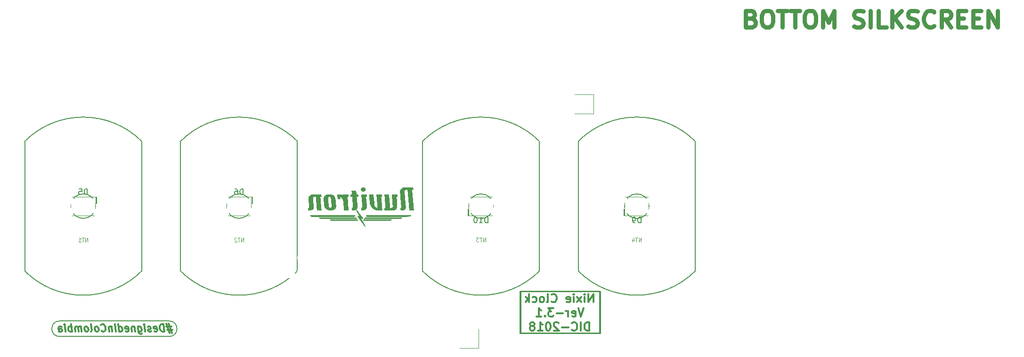
<source format=gbr>
G04 #@! TF.GenerationSoftware,KiCad,Pcbnew,(5.0.0)*
G04 #@! TF.CreationDate,2019-01-17T09:26:07-05:00*
G04 #@! TF.ProjectId,nixie_clock_3,6E697869655F636C6F636B5F332E6B69,rev?*
G04 #@! TF.SameCoordinates,PX3e8fa00PY66ce5c0*
G04 #@! TF.FileFunction,Legend,Bot*
G04 #@! TF.FilePolarity,Positive*
%FSLAX46Y46*%
G04 Gerber Fmt 4.6, Leading zero omitted, Abs format (unit mm)*
G04 Created by KiCad (PCBNEW (5.0.0)) date 01/17/19 09:26:07*
%MOMM*%
%LPD*%
G01*
G04 APERTURE LIST*
%ADD10C,0.200000*%
%ADD11C,0.750000*%
%ADD12C,0.300000*%
%ADD13C,0.150000*%
%ADD14C,0.010000*%
%ADD15C,0.120000*%
%ADD16C,0.100000*%
%ADD17C,2.200000*%
%ADD18C,2.000000*%
%ADD19C,3.600000*%
%ADD20C,2.540000*%
%ADD21R,3.400000X3.400000*%
%ADD22R,1.700000X1.000000*%
G04 APERTURE END LIST*
D10*
X28200000Y1900000D02*
X8500000Y1900000D01*
X8500000Y4700000D02*
X28200000Y4700000D01*
D11*
X132857142Y59214286D02*
X133285714Y59071429D01*
X133428571Y58928572D01*
X133571428Y58642858D01*
X133571428Y58214286D01*
X133428571Y57928572D01*
X133285714Y57785715D01*
X133000000Y57642858D01*
X131857142Y57642858D01*
X131857142Y60642858D01*
X132857142Y60642858D01*
X133142857Y60500000D01*
X133285714Y60357143D01*
X133428571Y60071429D01*
X133428571Y59785715D01*
X133285714Y59500000D01*
X133142857Y59357143D01*
X132857142Y59214286D01*
X131857142Y59214286D01*
X135428571Y60642858D02*
X136000000Y60642858D01*
X136285714Y60500000D01*
X136571428Y60214286D01*
X136714285Y59642858D01*
X136714285Y58642858D01*
X136571428Y58071429D01*
X136285714Y57785715D01*
X136000000Y57642858D01*
X135428571Y57642858D01*
X135142857Y57785715D01*
X134857142Y58071429D01*
X134714285Y58642858D01*
X134714285Y59642858D01*
X134857142Y60214286D01*
X135142857Y60500000D01*
X135428571Y60642858D01*
X137571428Y60642858D02*
X139285714Y60642858D01*
X138428571Y57642858D02*
X138428571Y60642858D01*
X139857142Y60642858D02*
X141571428Y60642858D01*
X140714285Y57642858D02*
X140714285Y60642858D01*
X143142857Y60642858D02*
X143714285Y60642858D01*
X144000000Y60500000D01*
X144285714Y60214286D01*
X144428571Y59642858D01*
X144428571Y58642858D01*
X144285714Y58071429D01*
X144000000Y57785715D01*
X143714285Y57642858D01*
X143142857Y57642858D01*
X142857142Y57785715D01*
X142571428Y58071429D01*
X142428571Y58642858D01*
X142428571Y59642858D01*
X142571428Y60214286D01*
X142857142Y60500000D01*
X143142857Y60642858D01*
X145714285Y57642858D02*
X145714285Y60642858D01*
X146714285Y58500000D01*
X147714285Y60642858D01*
X147714285Y57642858D01*
X151285714Y57785715D02*
X151714285Y57642858D01*
X152428571Y57642858D01*
X152714285Y57785715D01*
X152857142Y57928572D01*
X153000000Y58214286D01*
X153000000Y58500000D01*
X152857142Y58785715D01*
X152714285Y58928572D01*
X152428571Y59071429D01*
X151857142Y59214286D01*
X151571428Y59357143D01*
X151428571Y59500000D01*
X151285714Y59785715D01*
X151285714Y60071429D01*
X151428571Y60357143D01*
X151571428Y60500000D01*
X151857142Y60642858D01*
X152571428Y60642858D01*
X153000000Y60500000D01*
X154285714Y57642858D02*
X154285714Y60642858D01*
X157142857Y57642858D02*
X155714285Y57642858D01*
X155714285Y60642858D01*
X158142857Y57642858D02*
X158142857Y60642858D01*
X159857142Y57642858D02*
X158571428Y59357143D01*
X159857142Y60642858D02*
X158142857Y58928572D01*
X161000000Y57785715D02*
X161428571Y57642858D01*
X162142857Y57642858D01*
X162428571Y57785715D01*
X162571428Y57928572D01*
X162714285Y58214286D01*
X162714285Y58500000D01*
X162571428Y58785715D01*
X162428571Y58928572D01*
X162142857Y59071429D01*
X161571428Y59214286D01*
X161285714Y59357143D01*
X161142857Y59500000D01*
X161000000Y59785715D01*
X161000000Y60071429D01*
X161142857Y60357143D01*
X161285714Y60500000D01*
X161571428Y60642858D01*
X162285714Y60642858D01*
X162714285Y60500000D01*
X165714285Y57928572D02*
X165571428Y57785715D01*
X165142857Y57642858D01*
X164857142Y57642858D01*
X164428571Y57785715D01*
X164142857Y58071429D01*
X164000000Y58357143D01*
X163857142Y58928572D01*
X163857142Y59357143D01*
X164000000Y59928572D01*
X164142857Y60214286D01*
X164428571Y60500000D01*
X164857142Y60642858D01*
X165142857Y60642858D01*
X165571428Y60500000D01*
X165714285Y60357143D01*
X168714285Y57642858D02*
X167714285Y59071429D01*
X167000000Y57642858D02*
X167000000Y60642858D01*
X168142857Y60642858D01*
X168428571Y60500000D01*
X168571428Y60357143D01*
X168714285Y60071429D01*
X168714285Y59642858D01*
X168571428Y59357143D01*
X168428571Y59214286D01*
X168142857Y59071429D01*
X167000000Y59071429D01*
X170000000Y59214286D02*
X171000000Y59214286D01*
X171428571Y57642858D02*
X170000000Y57642858D01*
X170000000Y60642858D01*
X171428571Y60642858D01*
X172714285Y59214286D02*
X173714285Y59214286D01*
X174142857Y57642858D02*
X172714285Y57642858D01*
X172714285Y60642858D01*
X174142857Y60642858D01*
X175428571Y57642858D02*
X175428571Y60642858D01*
X177142857Y57642858D01*
X177142857Y60642858D01*
D10*
X28200000Y4700000D02*
G75*
G02X28200000Y1900000I0J-1400000D01*
G01*
X8500000Y1900000D02*
G75*
G02X8500000Y4700000I0J1400000D01*
G01*
D12*
X28580501Y3673686D02*
X27651930Y3673686D01*
X28139430Y4230829D02*
X28719787Y2559400D01*
X27845382Y3116543D02*
X28773954Y3116543D01*
X28286454Y2559400D02*
X27706097Y4230829D01*
X27326930Y2807019D02*
X27164430Y4107019D01*
X26854906Y4107019D01*
X26676930Y4045114D01*
X26568597Y3921305D01*
X26522168Y3797495D01*
X26491216Y3549876D01*
X26514430Y3364162D01*
X26607287Y3116543D01*
X26684668Y2992734D01*
X26823954Y2868924D01*
X27017406Y2807019D01*
X27326930Y2807019D01*
X25523954Y2868924D02*
X25655501Y2807019D01*
X25903120Y2807019D01*
X26019192Y2868924D01*
X26065620Y2992734D01*
X26003716Y3487972D01*
X25926335Y3611781D01*
X25794787Y3673686D01*
X25547168Y3673686D01*
X25431097Y3611781D01*
X25384668Y3487972D01*
X25400144Y3364162D01*
X26034668Y3240353D01*
X24966811Y2868924D02*
X24850740Y2807019D01*
X24603120Y2807019D01*
X24471573Y2868924D01*
X24394192Y2992734D01*
X24386454Y3054638D01*
X24432882Y3178448D01*
X24548954Y3240353D01*
X24734668Y3240353D01*
X24850740Y3302257D01*
X24897168Y3426067D01*
X24889430Y3487972D01*
X24812049Y3611781D01*
X24680501Y3673686D01*
X24494787Y3673686D01*
X24378716Y3611781D01*
X23860263Y2807019D02*
X23751930Y3673686D01*
X23697763Y4107019D02*
X23767406Y4045114D01*
X23713240Y3983210D01*
X23643597Y4045114D01*
X23697763Y4107019D01*
X23713240Y3983210D01*
X22575740Y3673686D02*
X22707287Y2621305D01*
X22784668Y2497495D01*
X22854311Y2435591D01*
X22985859Y2373686D01*
X23171573Y2373686D01*
X23287644Y2435591D01*
X22676335Y2868924D02*
X22807882Y2807019D01*
X23055501Y2807019D01*
X23171573Y2868924D01*
X23225740Y2930829D01*
X23272168Y3054638D01*
X23225740Y3426067D01*
X23148359Y3549876D01*
X23078716Y3611781D01*
X22947168Y3673686D01*
X22699549Y3673686D01*
X22583478Y3611781D01*
X21956692Y3673686D02*
X22065025Y2807019D01*
X21972168Y3549876D02*
X21902525Y3611781D01*
X21770978Y3673686D01*
X21585263Y3673686D01*
X21469192Y3611781D01*
X21422763Y3487972D01*
X21507882Y2807019D01*
X20385859Y2868924D02*
X20517406Y2807019D01*
X20765025Y2807019D01*
X20881097Y2868924D01*
X20927525Y2992734D01*
X20865620Y3487972D01*
X20788240Y3611781D01*
X20656692Y3673686D01*
X20409073Y3673686D01*
X20293001Y3611781D01*
X20246573Y3487972D01*
X20262049Y3364162D01*
X20896573Y3240353D01*
X19217406Y2807019D02*
X19054906Y4107019D01*
X19209668Y2868924D02*
X19341216Y2807019D01*
X19588835Y2807019D01*
X19704906Y2868924D01*
X19759073Y2930829D01*
X19805501Y3054638D01*
X19759073Y3426067D01*
X19681692Y3549876D01*
X19612049Y3611781D01*
X19480501Y3673686D01*
X19232882Y3673686D01*
X19116811Y3611781D01*
X18598359Y2807019D02*
X18435859Y4107019D01*
X17870978Y3673686D02*
X17979311Y2807019D01*
X17886454Y3549876D02*
X17816811Y3611781D01*
X17685263Y3673686D01*
X17499549Y3673686D01*
X17383478Y3611781D01*
X17337049Y3487972D01*
X17422168Y2807019D01*
X16044787Y2930829D02*
X16114430Y2868924D01*
X16307882Y2807019D01*
X16431692Y2807019D01*
X16609668Y2868924D01*
X16718001Y2992734D01*
X16764430Y3116543D01*
X16795382Y3364162D01*
X16772168Y3549876D01*
X16679311Y3797495D01*
X16601930Y3921305D01*
X16462644Y4045114D01*
X16269192Y4107019D01*
X16145382Y4107019D01*
X15967406Y4045114D01*
X15913240Y3983210D01*
X15317406Y2807019D02*
X15433478Y2868924D01*
X15487644Y2930829D01*
X15534073Y3054638D01*
X15487644Y3426067D01*
X15410263Y3549876D01*
X15340620Y3611781D01*
X15209073Y3673686D01*
X15023359Y3673686D01*
X14907287Y3611781D01*
X14853120Y3549876D01*
X14806692Y3426067D01*
X14853120Y3054638D01*
X14930501Y2930829D01*
X15000144Y2868924D01*
X15131692Y2807019D01*
X15317406Y2807019D01*
X14141216Y2807019D02*
X14257287Y2868924D01*
X14303716Y2992734D01*
X14164430Y4107019D01*
X13460263Y2807019D02*
X13576335Y2868924D01*
X13630501Y2930829D01*
X13676930Y3054638D01*
X13630501Y3426067D01*
X13553120Y3549876D01*
X13483478Y3611781D01*
X13351930Y3673686D01*
X13166216Y3673686D01*
X13050144Y3611781D01*
X12995978Y3549876D01*
X12949549Y3426067D01*
X12995978Y3054638D01*
X13073359Y2930829D01*
X13143001Y2868924D01*
X13274549Y2807019D01*
X13460263Y2807019D01*
X12469787Y2807019D02*
X12361454Y3673686D01*
X12376930Y3549876D02*
X12307287Y3611781D01*
X12175740Y3673686D01*
X11990025Y3673686D01*
X11873954Y3611781D01*
X11827525Y3487972D01*
X11912644Y2807019D01*
X11827525Y3487972D02*
X11750144Y3611781D01*
X11618597Y3673686D01*
X11432882Y3673686D01*
X11316811Y3611781D01*
X11270382Y3487972D01*
X11355501Y2807019D01*
X10736454Y2807019D02*
X10573954Y4107019D01*
X10635859Y3611781D02*
X10504311Y3673686D01*
X10256692Y3673686D01*
X10140620Y3611781D01*
X10086454Y3549876D01*
X10040025Y3426067D01*
X10086454Y3054638D01*
X10163835Y2930829D01*
X10233478Y2868924D01*
X10365025Y2807019D01*
X10612644Y2807019D01*
X10728716Y2868924D01*
X9560263Y2807019D02*
X9451930Y3673686D01*
X9397763Y4107019D02*
X9467406Y4045114D01*
X9413240Y3983210D01*
X9343597Y4045114D01*
X9397763Y4107019D01*
X9413240Y3983210D01*
X8384073Y2807019D02*
X8298954Y3487972D01*
X8345382Y3611781D01*
X8461454Y3673686D01*
X8709073Y3673686D01*
X8840620Y3611781D01*
X8376335Y2868924D02*
X8507882Y2807019D01*
X8817406Y2807019D01*
X8933478Y2868924D01*
X8979906Y2992734D01*
X8964430Y3116543D01*
X8887049Y3240353D01*
X8755501Y3302257D01*
X8445978Y3302257D01*
X8314430Y3364162D01*
D10*
X91300000Y2400000D02*
X105700000Y2400000D01*
X91300000Y10100000D02*
X91300000Y2400000D01*
X105700000Y10100000D02*
X91300000Y10100000D01*
X105700000Y2400000D02*
X105700000Y10100000D01*
D12*
X104435714Y8071429D02*
X104435714Y9571429D01*
X103578571Y8071429D01*
X103578571Y9571429D01*
X102864285Y8071429D02*
X102864285Y9071429D01*
X102864285Y9571429D02*
X102935714Y9500000D01*
X102864285Y9428572D01*
X102792857Y9500000D01*
X102864285Y9571429D01*
X102864285Y9428572D01*
X102292857Y8071429D02*
X101507142Y9071429D01*
X102292857Y9071429D02*
X101507142Y8071429D01*
X100935714Y8071429D02*
X100935714Y9071429D01*
X100935714Y9571429D02*
X101007142Y9500000D01*
X100935714Y9428572D01*
X100864285Y9500000D01*
X100935714Y9571429D01*
X100935714Y9428572D01*
X99650000Y8142858D02*
X99792857Y8071429D01*
X100078571Y8071429D01*
X100221428Y8142858D01*
X100292857Y8285715D01*
X100292857Y8857143D01*
X100221428Y9000000D01*
X100078571Y9071429D01*
X99792857Y9071429D01*
X99650000Y9000000D01*
X99578571Y8857143D01*
X99578571Y8714286D01*
X100292857Y8571429D01*
X96935714Y8214286D02*
X97007142Y8142858D01*
X97221428Y8071429D01*
X97364285Y8071429D01*
X97578571Y8142858D01*
X97721428Y8285715D01*
X97792857Y8428572D01*
X97864285Y8714286D01*
X97864285Y8928572D01*
X97792857Y9214286D01*
X97721428Y9357143D01*
X97578571Y9500000D01*
X97364285Y9571429D01*
X97221428Y9571429D01*
X97007142Y9500000D01*
X96935714Y9428572D01*
X96078571Y8071429D02*
X96221428Y8142858D01*
X96292857Y8285715D01*
X96292857Y9571429D01*
X95292857Y8071429D02*
X95435714Y8142858D01*
X95507142Y8214286D01*
X95578571Y8357143D01*
X95578571Y8785715D01*
X95507142Y8928572D01*
X95435714Y9000000D01*
X95292857Y9071429D01*
X95078571Y9071429D01*
X94935714Y9000000D01*
X94864285Y8928572D01*
X94792857Y8785715D01*
X94792857Y8357143D01*
X94864285Y8214286D01*
X94935714Y8142858D01*
X95078571Y8071429D01*
X95292857Y8071429D01*
X93507142Y8142858D02*
X93650000Y8071429D01*
X93935714Y8071429D01*
X94078571Y8142858D01*
X94150000Y8214286D01*
X94221428Y8357143D01*
X94221428Y8785715D01*
X94150000Y8928572D01*
X94078571Y9000000D01*
X93935714Y9071429D01*
X93650000Y9071429D01*
X93507142Y9000000D01*
X92864285Y8071429D02*
X92864285Y9571429D01*
X92721428Y8642858D02*
X92292857Y8071429D01*
X92292857Y9071429D02*
X92864285Y8500000D01*
X102721428Y7021429D02*
X102221428Y5521429D01*
X101721428Y7021429D01*
X100650000Y5592858D02*
X100792857Y5521429D01*
X101078571Y5521429D01*
X101221428Y5592858D01*
X101292857Y5735715D01*
X101292857Y6307143D01*
X101221428Y6450000D01*
X101078571Y6521429D01*
X100792857Y6521429D01*
X100650000Y6450000D01*
X100578571Y6307143D01*
X100578571Y6164286D01*
X101292857Y6021429D01*
X99935714Y5521429D02*
X99935714Y6521429D01*
X99935714Y6235715D02*
X99864285Y6378572D01*
X99792857Y6450000D01*
X99650000Y6521429D01*
X99507142Y6521429D01*
X99007142Y6092858D02*
X97864285Y6092858D01*
X97292857Y7021429D02*
X96364285Y7021429D01*
X96864285Y6450000D01*
X96650000Y6450000D01*
X96507142Y6378572D01*
X96435714Y6307143D01*
X96364285Y6164286D01*
X96364285Y5807143D01*
X96435714Y5664286D01*
X96507142Y5592858D01*
X96650000Y5521429D01*
X97078571Y5521429D01*
X97221428Y5592858D01*
X97292857Y5664286D01*
X95721428Y5664286D02*
X95650000Y5592858D01*
X95721428Y5521429D01*
X95792857Y5592858D01*
X95721428Y5664286D01*
X95721428Y5521429D01*
X94221428Y5521429D02*
X95078571Y5521429D01*
X94650000Y5521429D02*
X94650000Y7021429D01*
X94792857Y6807143D01*
X94935714Y6664286D01*
X95078571Y6592858D01*
X103685714Y2971429D02*
X103685714Y4471429D01*
X103328571Y4471429D01*
X103114285Y4400000D01*
X102971428Y4257143D01*
X102900000Y4114286D01*
X102828571Y3828572D01*
X102828571Y3614286D01*
X102900000Y3328572D01*
X102971428Y3185715D01*
X103114285Y3042858D01*
X103328571Y2971429D01*
X103685714Y2971429D01*
X102185714Y2971429D02*
X102185714Y4471429D01*
X100614285Y3114286D02*
X100685714Y3042858D01*
X100900000Y2971429D01*
X101042857Y2971429D01*
X101257142Y3042858D01*
X101400000Y3185715D01*
X101471428Y3328572D01*
X101542857Y3614286D01*
X101542857Y3828572D01*
X101471428Y4114286D01*
X101400000Y4257143D01*
X101257142Y4400000D01*
X101042857Y4471429D01*
X100900000Y4471429D01*
X100685714Y4400000D01*
X100614285Y4328572D01*
X99971428Y3542858D02*
X98828571Y3542858D01*
X98185714Y4328572D02*
X98114285Y4400000D01*
X97971428Y4471429D01*
X97614285Y4471429D01*
X97471428Y4400000D01*
X97400000Y4328572D01*
X97328571Y4185715D01*
X97328571Y4042858D01*
X97400000Y3828572D01*
X98257142Y2971429D01*
X97328571Y2971429D01*
X96400000Y4471429D02*
X96257142Y4471429D01*
X96114285Y4400000D01*
X96042857Y4328572D01*
X95971428Y4185715D01*
X95900000Y3900000D01*
X95900000Y3542858D01*
X95971428Y3257143D01*
X96042857Y3114286D01*
X96114285Y3042858D01*
X96257142Y2971429D01*
X96400000Y2971429D01*
X96542857Y3042858D01*
X96614285Y3114286D01*
X96685714Y3257143D01*
X96757142Y3542858D01*
X96757142Y3900000D01*
X96685714Y4185715D01*
X96614285Y4328572D01*
X96542857Y4400000D01*
X96400000Y4471429D01*
X94471428Y2971429D02*
X95328571Y2971429D01*
X94900000Y2971429D02*
X94900000Y4471429D01*
X95042857Y4257143D01*
X95185714Y4114286D01*
X95328571Y4042858D01*
X93614285Y3828572D02*
X93757142Y3900000D01*
X93828571Y3971429D01*
X93900000Y4114286D01*
X93900000Y4185715D01*
X93828571Y4328572D01*
X93757142Y4400000D01*
X93614285Y4471429D01*
X93328571Y4471429D01*
X93185714Y4400000D01*
X93114285Y4328572D01*
X93042857Y4185715D01*
X93042857Y4114286D01*
X93114285Y3971429D01*
X93185714Y3900000D01*
X93328571Y3828572D01*
X93614285Y3828572D01*
X93757142Y3757143D01*
X93828571Y3685715D01*
X93900000Y3542858D01*
X93900000Y3257143D01*
X93828571Y3114286D01*
X93757142Y3042858D01*
X93614285Y2971429D01*
X93328571Y2971429D01*
X93185714Y3042858D01*
X93114285Y3114286D01*
X93042857Y3257143D01*
X93042857Y3542858D01*
X93114285Y3685715D01*
X93185714Y3757143D01*
X93328571Y3828572D01*
D10*
X91400000Y10000000D02*
X105600000Y10000000D01*
X105600000Y9200000D02*
X105600000Y2500000D01*
X105600000Y10000000D02*
X105600000Y9200000D01*
X105600000Y2500000D02*
X91400000Y2500000D01*
X91400000Y2500000D02*
X91400000Y9700000D01*
X91400000Y9700000D02*
X91400000Y10000000D01*
D13*
G04 #@! TO.C,NT1*
X23250000Y13700000D02*
G75*
G02X2250000Y13700000I-10500000J10500000D01*
G01*
X2250000Y13700000D02*
X2250000Y37100000D01*
X23250000Y37100000D02*
X23250000Y13700000D01*
X2250000Y37100000D02*
G75*
G02X23250000Y37100000I10500000J-10500000D01*
G01*
X14950000Y25400000D02*
G75*
G03X14950000Y25400000I-2200000J0D01*
G01*
G04 #@! TO.C,NT2*
X51250000Y13700000D02*
G75*
G02X30250000Y13700000I-10500000J10500000D01*
G01*
X30250000Y13700000D02*
X30250000Y37100000D01*
X51250000Y37100000D02*
X51250000Y13700000D01*
X30250000Y37100000D02*
G75*
G02X51250000Y37100000I10500000J-10500000D01*
G01*
X42950000Y25400000D02*
G75*
G03X42950000Y25400000I-2200000J0D01*
G01*
G04 #@! TO.C,NT3*
X94750000Y13700000D02*
G75*
G02X73750000Y13700000I-10500000J10500000D01*
G01*
X73750000Y13700000D02*
X73750000Y37100000D01*
X94750000Y37100000D02*
X94750000Y13700000D01*
X73750000Y37100000D02*
G75*
G02X94750000Y37100000I10500000J-10500000D01*
G01*
X86450000Y25400000D02*
G75*
G03X86450000Y25400000I-2200000J0D01*
G01*
G04 #@! TO.C,NT4*
X122750000Y13700000D02*
G75*
G02X101750000Y13700000I-10500000J10500000D01*
G01*
X101750000Y13700000D02*
X101750000Y37100000D01*
X122750000Y37100000D02*
X122750000Y13700000D01*
X101750000Y37100000D02*
G75*
G02X122750000Y37100000I10500000J-10500000D01*
G01*
X114450000Y25400000D02*
G75*
G03X114450000Y25400000I-2200000J0D01*
G01*
D14*
G04 #@! TO.C,G\002A\002A\002A*
G36*
X63400546Y21763181D02*
X63412091Y21751636D01*
X63423637Y21763181D01*
X63412091Y21774727D01*
X63400546Y21763181D01*
X63400546Y21763181D01*
G37*
X63400546Y21763181D02*
X63412091Y21751636D01*
X63423637Y21763181D01*
X63412091Y21774727D01*
X63400546Y21763181D01*
G36*
X61006962Y28049681D02*
X61016080Y27952670D01*
X61026544Y27834446D01*
X61036160Y27719839D01*
X61036562Y27714863D01*
X61051913Y27524363D01*
X60745091Y27524363D01*
X60745345Y27426227D01*
X60749196Y27338430D01*
X60758301Y27251856D01*
X60759912Y27241500D01*
X60774225Y27154909D01*
X60932840Y27154909D01*
X61016838Y27153609D01*
X61064636Y27147786D01*
X61086186Y27134550D01*
X61091440Y27111015D01*
X61091455Y27108886D01*
X61093451Y27075528D01*
X61099117Y27001896D01*
X61107972Y26893710D01*
X61119536Y26756690D01*
X61133328Y26596558D01*
X61148865Y26419033D01*
X61160728Y26285185D01*
X61182618Y26037107D01*
X61200155Y25830767D01*
X61213386Y25661928D01*
X61222358Y25526357D01*
X61227119Y25419818D01*
X61227715Y25338077D01*
X61224195Y25276898D01*
X61216605Y25232047D01*
X61204993Y25199289D01*
X61189406Y25174389D01*
X61173323Y25156496D01*
X61121265Y25117485D01*
X61072021Y25099899D01*
X61069414Y25099818D01*
X61040585Y25093741D01*
X61026612Y25067746D01*
X61022507Y25010188D01*
X61022436Y24990136D01*
X61025963Y24900255D01*
X61034432Y24811668D01*
X61037461Y24791041D01*
X61052232Y24701627D01*
X61296980Y24712140D01*
X61426052Y24720148D01*
X61521199Y24732697D01*
X61594613Y24751914D01*
X61644257Y24772717D01*
X61710621Y24801322D01*
X61748559Y24806324D01*
X61765691Y24793890D01*
X61783491Y24762097D01*
X61817722Y24696993D01*
X61865174Y24604970D01*
X61922635Y24492416D01*
X61986891Y24365722D01*
X62054731Y24231278D01*
X62122944Y24095474D01*
X62188316Y23964699D01*
X62247636Y23845343D01*
X62297691Y23743797D01*
X62335270Y23666450D01*
X62357161Y23619693D01*
X62361455Y23608728D01*
X62340358Y23602598D01*
X62284530Y23601453D01*
X62205166Y23605422D01*
X62188273Y23606771D01*
X62105670Y23612202D01*
X62044481Y23613269D01*
X62015908Y23609848D01*
X62015091Y23608680D01*
X62028575Y23588025D01*
X62066848Y23535142D01*
X62126639Y23454330D01*
X62204679Y23349889D01*
X62297698Y23226116D01*
X62402427Y23087312D01*
X62515595Y22937776D01*
X62633933Y22781806D01*
X62754170Y22623702D01*
X62873039Y22467762D01*
X62987267Y22318287D01*
X63093587Y22179575D01*
X63188728Y22055925D01*
X63269419Y21951636D01*
X63332393Y21871007D01*
X63374378Y21818339D01*
X63392105Y21797928D01*
X63392371Y21797818D01*
X63394706Y21812177D01*
X63393134Y21815136D01*
X63379604Y21838895D01*
X63346230Y21897735D01*
X63295909Y21986542D01*
X63231538Y22100202D01*
X63156014Y22233601D01*
X63072232Y22381624D01*
X63043261Y22432818D01*
X62954444Y22589707D01*
X62870267Y22738279D01*
X62794190Y22872438D01*
X62729671Y22986087D01*
X62680170Y23073130D01*
X62649148Y23127468D01*
X62644996Y23134689D01*
X62586466Y23236196D01*
X62796743Y23224207D01*
X62899290Y23219791D01*
X62961628Y23221052D01*
X62989435Y23228449D01*
X62990191Y23239851D01*
X62972941Y23263561D01*
X62930569Y23319949D01*
X62866080Y23405067D01*
X62782481Y23514964D01*
X62682778Y23645694D01*
X62569977Y23793306D01*
X62447085Y23953852D01*
X62378773Y24042986D01*
X62252342Y24208380D01*
X62135089Y24362725D01*
X62029921Y24502122D01*
X61939747Y24622671D01*
X61867476Y24720474D01*
X61816016Y24791631D01*
X61788276Y24832243D01*
X61784182Y24840119D01*
X61799725Y24869992D01*
X61832821Y24905739D01*
X61896440Y24985700D01*
X61948404Y25092995D01*
X61978698Y25203727D01*
X61980191Y25248009D01*
X61977546Y25333164D01*
X61971096Y25454098D01*
X61961178Y25605719D01*
X61948127Y25782935D01*
X61932278Y25980653D01*
X61913967Y26193781D01*
X61912193Y26213737D01*
X61894299Y26414681D01*
X61877757Y26601006D01*
X61863002Y26767755D01*
X61850470Y26909969D01*
X61840599Y27022690D01*
X61833825Y27100960D01*
X61830584Y27139819D01*
X61830364Y27143146D01*
X61851404Y27149206D01*
X61906337Y27153453D01*
X61976582Y27154909D01*
X62122800Y27154909D01*
X62113926Y27287681D01*
X62106335Y27393135D01*
X62096416Y27461155D01*
X62077977Y27500325D01*
X62044828Y27519231D01*
X61990777Y27526459D01*
X61939881Y27529038D01*
X61795728Y27535909D01*
X61768588Y27836091D01*
X61758283Y27950788D01*
X61749498Y28049913D01*
X61743081Y28123817D01*
X61739877Y28162852D01*
X61739724Y28165136D01*
X61727228Y28176564D01*
X61688049Y28184787D01*
X61617291Y28190183D01*
X61510061Y28193127D01*
X61365357Y28194000D01*
X60992714Y28194000D01*
X61006962Y28049681D01*
X61006962Y28049681D01*
G37*
X61006962Y28049681D02*
X61016080Y27952670D01*
X61026544Y27834446D01*
X61036160Y27719839D01*
X61036562Y27714863D01*
X61051913Y27524363D01*
X60745091Y27524363D01*
X60745345Y27426227D01*
X60749196Y27338430D01*
X60758301Y27251856D01*
X60759912Y27241500D01*
X60774225Y27154909D01*
X60932840Y27154909D01*
X61016838Y27153609D01*
X61064636Y27147786D01*
X61086186Y27134550D01*
X61091440Y27111015D01*
X61091455Y27108886D01*
X61093451Y27075528D01*
X61099117Y27001896D01*
X61107972Y26893710D01*
X61119536Y26756690D01*
X61133328Y26596558D01*
X61148865Y26419033D01*
X61160728Y26285185D01*
X61182618Y26037107D01*
X61200155Y25830767D01*
X61213386Y25661928D01*
X61222358Y25526357D01*
X61227119Y25419818D01*
X61227715Y25338077D01*
X61224195Y25276898D01*
X61216605Y25232047D01*
X61204993Y25199289D01*
X61189406Y25174389D01*
X61173323Y25156496D01*
X61121265Y25117485D01*
X61072021Y25099899D01*
X61069414Y25099818D01*
X61040585Y25093741D01*
X61026612Y25067746D01*
X61022507Y25010188D01*
X61022436Y24990136D01*
X61025963Y24900255D01*
X61034432Y24811668D01*
X61037461Y24791041D01*
X61052232Y24701627D01*
X61296980Y24712140D01*
X61426052Y24720148D01*
X61521199Y24732697D01*
X61594613Y24751914D01*
X61644257Y24772717D01*
X61710621Y24801322D01*
X61748559Y24806324D01*
X61765691Y24793890D01*
X61783491Y24762097D01*
X61817722Y24696993D01*
X61865174Y24604970D01*
X61922635Y24492416D01*
X61986891Y24365722D01*
X62054731Y24231278D01*
X62122944Y24095474D01*
X62188316Y23964699D01*
X62247636Y23845343D01*
X62297691Y23743797D01*
X62335270Y23666450D01*
X62357161Y23619693D01*
X62361455Y23608728D01*
X62340358Y23602598D01*
X62284530Y23601453D01*
X62205166Y23605422D01*
X62188273Y23606771D01*
X62105670Y23612202D01*
X62044481Y23613269D01*
X62015908Y23609848D01*
X62015091Y23608680D01*
X62028575Y23588025D01*
X62066848Y23535142D01*
X62126639Y23454330D01*
X62204679Y23349889D01*
X62297698Y23226116D01*
X62402427Y23087312D01*
X62515595Y22937776D01*
X62633933Y22781806D01*
X62754170Y22623702D01*
X62873039Y22467762D01*
X62987267Y22318287D01*
X63093587Y22179575D01*
X63188728Y22055925D01*
X63269419Y21951636D01*
X63332393Y21871007D01*
X63374378Y21818339D01*
X63392105Y21797928D01*
X63392371Y21797818D01*
X63394706Y21812177D01*
X63393134Y21815136D01*
X63379604Y21838895D01*
X63346230Y21897735D01*
X63295909Y21986542D01*
X63231538Y22100202D01*
X63156014Y22233601D01*
X63072232Y22381624D01*
X63043261Y22432818D01*
X62954444Y22589707D01*
X62870267Y22738279D01*
X62794190Y22872438D01*
X62729671Y22986087D01*
X62680170Y23073130D01*
X62649148Y23127468D01*
X62644996Y23134689D01*
X62586466Y23236196D01*
X62796743Y23224207D01*
X62899290Y23219791D01*
X62961628Y23221052D01*
X62989435Y23228449D01*
X62990191Y23239851D01*
X62972941Y23263561D01*
X62930569Y23319949D01*
X62866080Y23405067D01*
X62782481Y23514964D01*
X62682778Y23645694D01*
X62569977Y23793306D01*
X62447085Y23953852D01*
X62378773Y24042986D01*
X62252342Y24208380D01*
X62135089Y24362725D01*
X62029921Y24502122D01*
X61939747Y24622671D01*
X61867476Y24720474D01*
X61816016Y24791631D01*
X61788276Y24832243D01*
X61784182Y24840119D01*
X61799725Y24869992D01*
X61832821Y24905739D01*
X61896440Y24985700D01*
X61948404Y25092995D01*
X61978698Y25203727D01*
X61980191Y25248009D01*
X61977546Y25333164D01*
X61971096Y25454098D01*
X61961178Y25605719D01*
X61948127Y25782935D01*
X61932278Y25980653D01*
X61913967Y26193781D01*
X61912193Y26213737D01*
X61894299Y26414681D01*
X61877757Y26601006D01*
X61863002Y26767755D01*
X61850470Y26909969D01*
X61840599Y27022690D01*
X61833825Y27100960D01*
X61830584Y27139819D01*
X61830364Y27143146D01*
X61851404Y27149206D01*
X61906337Y27153453D01*
X61976582Y27154909D01*
X62122800Y27154909D01*
X62113926Y27287681D01*
X62106335Y27393135D01*
X62096416Y27461155D01*
X62077977Y27500325D01*
X62044828Y27519231D01*
X61990777Y27526459D01*
X61939881Y27529038D01*
X61795728Y27535909D01*
X61768588Y27836091D01*
X61758283Y27950788D01*
X61749498Y28049913D01*
X61743081Y28123817D01*
X61739877Y28162852D01*
X61739724Y28165136D01*
X61727228Y28176564D01*
X61688049Y28184787D01*
X61617291Y28190183D01*
X61510061Y28193127D01*
X61365357Y28194000D01*
X60992714Y28194000D01*
X61006962Y28049681D01*
G36*
X65277699Y23021627D02*
X64932355Y23021565D01*
X64627880Y23021400D01*
X64361618Y23021080D01*
X64130913Y23020555D01*
X63933109Y23019775D01*
X63765549Y23018687D01*
X63625578Y23017242D01*
X63510538Y23015388D01*
X63417775Y23013075D01*
X63344631Y23010252D01*
X63288450Y23006867D01*
X63246577Y23002870D01*
X63216355Y22998211D01*
X63195127Y22992838D01*
X63180238Y22986700D01*
X63169031Y22979747D01*
X63161059Y22973663D01*
X63110695Y22926401D01*
X63076315Y22881300D01*
X63073364Y22874253D01*
X63074201Y22867994D01*
X63081383Y22862477D01*
X63097469Y22857654D01*
X63125019Y22853479D01*
X63166591Y22849905D01*
X63224743Y22846886D01*
X63302036Y22844374D01*
X63401028Y22842324D01*
X63524277Y22840688D01*
X63674343Y22839419D01*
X63853785Y22838471D01*
X64065161Y22837798D01*
X64311030Y22837352D01*
X64593951Y22837087D01*
X64916483Y22836956D01*
X65281185Y22836912D01*
X65508022Y22836909D01*
X67963486Y22836909D01*
X68037289Y22913054D01*
X68081401Y22961803D01*
X68107780Y22997206D01*
X68111091Y23005417D01*
X68088501Y23007618D01*
X68022734Y23009731D01*
X67916794Y23011737D01*
X67773686Y23013614D01*
X67596414Y23015343D01*
X67387984Y23016905D01*
X67151399Y23018279D01*
X66889665Y23019445D01*
X66605785Y23020384D01*
X66302765Y23021075D01*
X65983608Y23021499D01*
X65666569Y23021636D01*
X65277699Y23021627D01*
X65277699Y23021627D01*
G37*
X65277699Y23021627D02*
X64932355Y23021565D01*
X64627880Y23021400D01*
X64361618Y23021080D01*
X64130913Y23020555D01*
X63933109Y23019775D01*
X63765549Y23018687D01*
X63625578Y23017242D01*
X63510538Y23015388D01*
X63417775Y23013075D01*
X63344631Y23010252D01*
X63288450Y23006867D01*
X63246577Y23002870D01*
X63216355Y22998211D01*
X63195127Y22992838D01*
X63180238Y22986700D01*
X63169031Y22979747D01*
X63161059Y22973663D01*
X63110695Y22926401D01*
X63076315Y22881300D01*
X63073364Y22874253D01*
X63074201Y22867994D01*
X63081383Y22862477D01*
X63097469Y22857654D01*
X63125019Y22853479D01*
X63166591Y22849905D01*
X63224743Y22846886D01*
X63302036Y22844374D01*
X63401028Y22842324D01*
X63524277Y22840688D01*
X63674343Y22839419D01*
X63853785Y22838471D01*
X64065161Y22837798D01*
X64311030Y22837352D01*
X64593951Y22837087D01*
X64916483Y22836956D01*
X65281185Y22836912D01*
X65508022Y22836909D01*
X67963486Y22836909D01*
X68037289Y22913054D01*
X68081401Y22961803D01*
X68107780Y22997206D01*
X68111091Y23005417D01*
X68088501Y23007618D01*
X68022734Y23009731D01*
X67916794Y23011737D01*
X67773686Y23013614D01*
X67596414Y23015343D01*
X67387984Y23016905D01*
X67151399Y23018279D01*
X66889665Y23019445D01*
X66605785Y23020384D01*
X66302765Y23021075D01*
X65983608Y23021499D01*
X65666569Y23021636D01*
X65277699Y23021627D01*
G36*
X59179386Y23021489D02*
X58861327Y23021061D01*
X58559325Y23020371D01*
X58276421Y23019439D01*
X58015654Y23018285D01*
X57780066Y23016929D01*
X57572695Y23015389D01*
X57396583Y23013686D01*
X57254770Y23011840D01*
X57150297Y23009870D01*
X57086202Y23007795D01*
X57065534Y23005836D01*
X57070606Y22981658D01*
X57101453Y22938305D01*
X57123942Y22913472D01*
X57198151Y22836909D01*
X59653615Y22836909D01*
X60043402Y22836924D01*
X60389566Y22836999D01*
X60694665Y22837183D01*
X60961260Y22837520D01*
X61191908Y22838058D01*
X61389169Y22838845D01*
X61555602Y22839925D01*
X61693764Y22841347D01*
X61806216Y22843156D01*
X61895517Y22845400D01*
X61964224Y22848125D01*
X62014897Y22851379D01*
X62050095Y22855206D01*
X62072377Y22859656D01*
X62084301Y22864773D01*
X62088426Y22870605D01*
X62087312Y22877199D01*
X62085322Y22881300D01*
X62050314Y22927085D01*
X62000578Y22973663D01*
X61990369Y22981317D01*
X61978564Y22988111D01*
X61962498Y22994094D01*
X61939506Y22999320D01*
X61906923Y23003839D01*
X61862084Y23007703D01*
X61802324Y23010962D01*
X61724977Y23013669D01*
X61627379Y23015875D01*
X61506865Y23017630D01*
X61360769Y23018987D01*
X61186428Y23019997D01*
X60981174Y23020711D01*
X60742344Y23021180D01*
X60467273Y23021455D01*
X60153295Y23021589D01*
X59797746Y23021632D01*
X59510462Y23021636D01*
X59179386Y23021489D01*
X59179386Y23021489D01*
G37*
X59179386Y23021489D02*
X58861327Y23021061D01*
X58559325Y23020371D01*
X58276421Y23019439D01*
X58015654Y23018285D01*
X57780066Y23016929D01*
X57572695Y23015389D01*
X57396583Y23013686D01*
X57254770Y23011840D01*
X57150297Y23009870D01*
X57086202Y23007795D01*
X57065534Y23005836D01*
X57070606Y22981658D01*
X57101453Y22938305D01*
X57123942Y22913472D01*
X57198151Y22836909D01*
X59653615Y22836909D01*
X60043402Y22836924D01*
X60389566Y22836999D01*
X60694665Y22837183D01*
X60961260Y22837520D01*
X61191908Y22838058D01*
X61389169Y22838845D01*
X61555602Y22839925D01*
X61693764Y22841347D01*
X61806216Y22843156D01*
X61895517Y22845400D01*
X61964224Y22848125D01*
X62014897Y22851379D01*
X62050095Y22855206D01*
X62072377Y22859656D01*
X62084301Y22864773D01*
X62088426Y22870605D01*
X62087312Y22877199D01*
X62085322Y22881300D01*
X62050314Y22927085D01*
X62000578Y22973663D01*
X61990369Y22981317D01*
X61978564Y22988111D01*
X61962498Y22994094D01*
X61939506Y22999320D01*
X61906923Y23003839D01*
X61862084Y23007703D01*
X61802324Y23010962D01*
X61724977Y23013669D01*
X61627379Y23015875D01*
X61506865Y23017630D01*
X61360769Y23018987D01*
X61186428Y23019997D01*
X60981174Y23020711D01*
X60742344Y23021180D01*
X60467273Y23021455D01*
X60153295Y23021589D01*
X59797746Y23021632D01*
X59510462Y23021636D01*
X59179386Y23021489D01*
G36*
X63334738Y23298582D02*
X63280041Y23254828D01*
X63245348Y23219131D01*
X63238909Y23206218D01*
X63261950Y23202621D01*
X63330875Y23199325D01*
X63445385Y23196331D01*
X63605184Y23193642D01*
X63809975Y23191261D01*
X64059459Y23189188D01*
X64353340Y23187427D01*
X64691320Y23185978D01*
X65073102Y23184845D01*
X65498388Y23184030D01*
X65966881Y23183533D01*
X66478284Y23183359D01*
X66523591Y23183359D01*
X66978490Y23183388D01*
X67389486Y23183471D01*
X67758860Y23183636D01*
X68088892Y23183912D01*
X68381862Y23184329D01*
X68640049Y23184916D01*
X68865734Y23185702D01*
X69061195Y23186716D01*
X69228714Y23187987D01*
X69370569Y23189545D01*
X69489041Y23191418D01*
X69586410Y23193635D01*
X69664955Y23196227D01*
X69726956Y23199221D01*
X69774693Y23202648D01*
X69810447Y23206536D01*
X69836496Y23210914D01*
X69855120Y23215811D01*
X69868600Y23221258D01*
X69877546Y23226234D01*
X69939827Y23271347D01*
X69990806Y23318512D01*
X70034794Y23368000D01*
X63430566Y23368000D01*
X63334738Y23298582D01*
X63334738Y23298582D01*
G37*
X63334738Y23298582D02*
X63280041Y23254828D01*
X63245348Y23219131D01*
X63238909Y23206218D01*
X63261950Y23202621D01*
X63330875Y23199325D01*
X63445385Y23196331D01*
X63605184Y23193642D01*
X63809975Y23191261D01*
X64059459Y23189188D01*
X64353340Y23187427D01*
X64691320Y23185978D01*
X65073102Y23184845D01*
X65498388Y23184030D01*
X65966881Y23183533D01*
X66478284Y23183359D01*
X66523591Y23183359D01*
X66978490Y23183388D01*
X67389486Y23183471D01*
X67758860Y23183636D01*
X68088892Y23183912D01*
X68381862Y23184329D01*
X68640049Y23184916D01*
X68865734Y23185702D01*
X69061195Y23186716D01*
X69228714Y23187987D01*
X69370569Y23189545D01*
X69489041Y23191418D01*
X69586410Y23193635D01*
X69664955Y23196227D01*
X69726956Y23199221D01*
X69774693Y23202648D01*
X69810447Y23206536D01*
X69836496Y23210914D01*
X69855120Y23215811D01*
X69868600Y23221258D01*
X69877546Y23226234D01*
X69939827Y23271347D01*
X69990806Y23318512D01*
X70034794Y23368000D01*
X63430566Y23368000D01*
X63334738Y23298582D01*
G36*
X58045488Y23367881D02*
X57672023Y23367533D01*
X57313994Y23366969D01*
X56973989Y23366204D01*
X56654593Y23365251D01*
X56358394Y23364123D01*
X56087979Y23362835D01*
X55845934Y23361398D01*
X55634846Y23359828D01*
X55457302Y23358138D01*
X55315890Y23356341D01*
X55213194Y23354451D01*
X55151804Y23352481D01*
X55134001Y23350681D01*
X55150529Y23327314D01*
X55192526Y23287483D01*
X55220592Y23264091D01*
X55307182Y23194818D01*
X58601903Y23188812D01*
X58988268Y23188241D01*
X59361928Y23187948D01*
X59720284Y23187923D01*
X60060735Y23188156D01*
X60380680Y23188636D01*
X60677518Y23189352D01*
X60948650Y23190296D01*
X61191474Y23191455D01*
X61403390Y23192820D01*
X61581798Y23194380D01*
X61724098Y23196124D01*
X61827687Y23198043D01*
X61889967Y23200125D01*
X61908529Y23202070D01*
X61898642Y23225623D01*
X61860441Y23265292D01*
X61825020Y23294667D01*
X61729605Y23368000D01*
X58431803Y23368000D01*
X58045488Y23367881D01*
X58045488Y23367881D01*
G37*
X58045488Y23367881D02*
X57672023Y23367533D01*
X57313994Y23366969D01*
X56973989Y23366204D01*
X56654593Y23365251D01*
X56358394Y23364123D01*
X56087979Y23362835D01*
X55845934Y23361398D01*
X55634846Y23359828D01*
X55457302Y23358138D01*
X55315890Y23356341D01*
X55213194Y23354451D01*
X55151804Y23352481D01*
X55134001Y23350681D01*
X55150529Y23327314D01*
X55192526Y23287483D01*
X55220592Y23264091D01*
X55307182Y23194818D01*
X58601903Y23188812D01*
X58988268Y23188241D01*
X59361928Y23187948D01*
X59720284Y23187923D01*
X60060735Y23188156D01*
X60380680Y23188636D01*
X60677518Y23189352D01*
X60948650Y23190296D01*
X61191474Y23191455D01*
X61403390Y23192820D01*
X61581798Y23194380D01*
X61724098Y23196124D01*
X61827687Y23198043D01*
X61889967Y23200125D01*
X61908529Y23202070D01*
X61898642Y23225623D01*
X61860441Y23265292D01*
X61825020Y23294667D01*
X61729605Y23368000D01*
X58431803Y23368000D01*
X58045488Y23367881D01*
G36*
X67304219Y23785105D02*
X66936842Y23784725D01*
X66575086Y23784136D01*
X66221829Y23783337D01*
X65879947Y23782329D01*
X65552321Y23781114D01*
X65241826Y23779690D01*
X64951341Y23778060D01*
X64683744Y23776222D01*
X64441913Y23774179D01*
X64228726Y23771929D01*
X64047060Y23769474D01*
X63899794Y23766814D01*
X63789805Y23763950D01*
X63719972Y23760882D01*
X63693437Y23757774D01*
X63646287Y23726719D01*
X63590629Y23680924D01*
X63538616Y23631689D01*
X63502398Y23590316D01*
X63492909Y23571288D01*
X63515605Y23569300D01*
X63582114Y23567383D01*
X63690066Y23565548D01*
X63837091Y23563806D01*
X64020822Y23562166D01*
X64238888Y23560640D01*
X64488919Y23559238D01*
X64768548Y23557970D01*
X65075404Y23556848D01*
X65407119Y23555881D01*
X65761323Y23555081D01*
X66135646Y23554457D01*
X66527720Y23554021D01*
X66935175Y23553783D01*
X67355642Y23553753D01*
X67424137Y23553768D01*
X67950864Y23553982D01*
X68433026Y23554337D01*
X68872243Y23554848D01*
X69270130Y23555525D01*
X69628307Y23556379D01*
X69948390Y23557423D01*
X70231996Y23558669D01*
X70480745Y23560127D01*
X70696253Y23561810D01*
X70880137Y23563730D01*
X71034016Y23565898D01*
X71159507Y23568325D01*
X71258228Y23571024D01*
X71331796Y23574006D01*
X71381829Y23577283D01*
X71409944Y23580867D01*
X71415987Y23582632D01*
X71475117Y23616861D01*
X71536767Y23663109D01*
X71588553Y23710718D01*
X71618093Y23749025D01*
X71620909Y23759054D01*
X71598298Y23762308D01*
X71532384Y23765344D01*
X71426044Y23768163D01*
X71282156Y23770766D01*
X71103599Y23773152D01*
X70893250Y23775323D01*
X70653987Y23777279D01*
X70388687Y23779020D01*
X70100230Y23780547D01*
X69791492Y23781860D01*
X69465351Y23782959D01*
X69124686Y23783846D01*
X68772375Y23784521D01*
X68411294Y23784984D01*
X68044323Y23785235D01*
X67674339Y23785276D01*
X67304219Y23785105D01*
X67304219Y23785105D01*
G37*
X67304219Y23785105D02*
X66936842Y23784725D01*
X66575086Y23784136D01*
X66221829Y23783337D01*
X65879947Y23782329D01*
X65552321Y23781114D01*
X65241826Y23779690D01*
X64951341Y23778060D01*
X64683744Y23776222D01*
X64441913Y23774179D01*
X64228726Y23771929D01*
X64047060Y23769474D01*
X63899794Y23766814D01*
X63789805Y23763950D01*
X63719972Y23760882D01*
X63693437Y23757774D01*
X63646287Y23726719D01*
X63590629Y23680924D01*
X63538616Y23631689D01*
X63502398Y23590316D01*
X63492909Y23571288D01*
X63515605Y23569300D01*
X63582114Y23567383D01*
X63690066Y23565548D01*
X63837091Y23563806D01*
X64020822Y23562166D01*
X64238888Y23560640D01*
X64488919Y23559238D01*
X64768548Y23557970D01*
X65075404Y23556848D01*
X65407119Y23555881D01*
X65761323Y23555081D01*
X66135646Y23554457D01*
X66527720Y23554021D01*
X66935175Y23553783D01*
X67355642Y23553753D01*
X67424137Y23553768D01*
X67950864Y23553982D01*
X68433026Y23554337D01*
X68872243Y23554848D01*
X69270130Y23555525D01*
X69628307Y23556379D01*
X69948390Y23557423D01*
X70231996Y23558669D01*
X70480745Y23560127D01*
X70696253Y23561810D01*
X70880137Y23563730D01*
X71034016Y23565898D01*
X71159507Y23568325D01*
X71258228Y23571024D01*
X71331796Y23574006D01*
X71381829Y23577283D01*
X71409944Y23580867D01*
X71415987Y23582632D01*
X71475117Y23616861D01*
X71536767Y23663109D01*
X71588553Y23710718D01*
X71618093Y23749025D01*
X71620909Y23759054D01*
X71598298Y23762308D01*
X71532384Y23765344D01*
X71426044Y23768163D01*
X71282156Y23770766D01*
X71103599Y23773152D01*
X70893250Y23775323D01*
X70653987Y23777279D01*
X70388687Y23779020D01*
X70100230Y23780547D01*
X69791492Y23781860D01*
X69465351Y23782959D01*
X69124686Y23783846D01*
X68772375Y23784521D01*
X68411294Y23784984D01*
X68044323Y23785235D01*
X67674339Y23785276D01*
X67304219Y23785105D01*
G36*
X55544869Y23779463D02*
X55206992Y23779307D01*
X54893381Y23779016D01*
X54606425Y23778593D01*
X54348518Y23778042D01*
X54122052Y23777366D01*
X53929419Y23776571D01*
X53773012Y23775658D01*
X53655221Y23774631D01*
X53578440Y23773495D01*
X53545060Y23772253D01*
X53543900Y23772042D01*
X53527045Y23752785D01*
X53546558Y23719853D01*
X53604386Y23671012D01*
X53673955Y23622673D01*
X53779554Y23552727D01*
X57711233Y23552727D01*
X58201673Y23552851D01*
X58666121Y23553218D01*
X59103045Y23553819D01*
X59510915Y23554646D01*
X59888201Y23555691D01*
X60233371Y23556946D01*
X60544896Y23558401D01*
X60821245Y23560050D01*
X61060888Y23561884D01*
X61262293Y23563894D01*
X61423930Y23566072D01*
X61544270Y23568410D01*
X61621780Y23570900D01*
X61654931Y23573533D01*
X61656090Y23574050D01*
X61646729Y23598655D01*
X61609111Y23641119D01*
X61561441Y23683732D01*
X61453613Y23772091D01*
X57514488Y23778088D01*
X57091173Y23778662D01*
X56680161Y23779084D01*
X56283845Y23779355D01*
X55904617Y23779480D01*
X55544869Y23779463D01*
X55544869Y23779463D01*
G37*
X55544869Y23779463D02*
X55206992Y23779307D01*
X54893381Y23779016D01*
X54606425Y23778593D01*
X54348518Y23778042D01*
X54122052Y23777366D01*
X53929419Y23776571D01*
X53773012Y23775658D01*
X53655221Y23774631D01*
X53578440Y23773495D01*
X53545060Y23772253D01*
X53543900Y23772042D01*
X53527045Y23752785D01*
X53546558Y23719853D01*
X53604386Y23671012D01*
X53673955Y23622673D01*
X53779554Y23552727D01*
X57711233Y23552727D01*
X58201673Y23552851D01*
X58666121Y23553218D01*
X59103045Y23553819D01*
X59510915Y23554646D01*
X59888201Y23555691D01*
X60233371Y23556946D01*
X60544896Y23558401D01*
X60821245Y23560050D01*
X61060888Y23561884D01*
X61262293Y23563894D01*
X61423930Y23566072D01*
X61544270Y23568410D01*
X61621780Y23570900D01*
X61654931Y23573533D01*
X61656090Y23574050D01*
X61646729Y23598655D01*
X61609111Y23641119D01*
X61561441Y23683732D01*
X61453613Y23772091D01*
X57514488Y23778088D01*
X57091173Y23778662D01*
X56680161Y23779084D01*
X56283845Y23779355D01*
X55904617Y23779480D01*
X55544869Y23779463D01*
G36*
X71380450Y28791408D02*
X71158603Y28789704D01*
X71153526Y28789658D01*
X70937287Y28787583D01*
X70762001Y28785477D01*
X70622439Y28783009D01*
X70513373Y28779849D01*
X70429573Y28775666D01*
X70365812Y28770132D01*
X70316860Y28762916D01*
X70277490Y28753687D01*
X70242474Y28742117D01*
X70212364Y28730250D01*
X70055845Y28650301D01*
X69919853Y28549801D01*
X69815815Y28437571D01*
X69796560Y28409381D01*
X69770732Y28367985D01*
X69748824Y28328986D01*
X69730843Y28288713D01*
X69716791Y28243495D01*
X69706674Y28189663D01*
X69700495Y28123546D01*
X69698260Y28041474D01*
X69699972Y27939776D01*
X69705635Y27814784D01*
X69715255Y27662825D01*
X69728835Y27480231D01*
X69746380Y27263331D01*
X69767894Y27008455D01*
X69793382Y26711931D01*
X69798643Y26650936D01*
X69819996Y26399330D01*
X69839619Y26160086D01*
X69857212Y25937396D01*
X69872476Y25735448D01*
X69885113Y25558432D01*
X69894824Y25410540D01*
X69901310Y25295959D01*
X69904273Y25218882D01*
X69903412Y25183497D01*
X69903332Y25183156D01*
X69865194Y25119422D01*
X69820885Y25093152D01*
X69783431Y25076225D01*
X69765054Y25053140D01*
X69760894Y25010393D01*
X69765647Y24939688D01*
X69774541Y24834655D01*
X69785341Y24767119D01*
X69806380Y24728846D01*
X69845990Y24711601D01*
X69912504Y24707148D01*
X70000795Y24707272D01*
X70182618Y24716605D01*
X70328521Y24745918D01*
X70445106Y24797180D01*
X70532741Y24866013D01*
X70564500Y24897888D01*
X70591495Y24927622D01*
X70613786Y24958859D01*
X70631431Y24995240D01*
X70644488Y25040410D01*
X70653015Y25098011D01*
X70657070Y25171686D01*
X70656712Y25265078D01*
X70651999Y25381830D01*
X70642988Y25525584D01*
X70629739Y25699984D01*
X70612309Y25908672D01*
X70590757Y26155291D01*
X70565140Y26443484D01*
X70559040Y26511983D01*
X70531323Y26824433D01*
X70507687Y27094292D01*
X70487965Y27324957D01*
X70471991Y27519823D01*
X70459595Y27682286D01*
X70450612Y27815740D01*
X70444874Y27923583D01*
X70442214Y28009210D01*
X70442464Y28076016D01*
X70445458Y28127397D01*
X70451028Y28166749D01*
X70459006Y28197467D01*
X70469226Y28222947D01*
X70474261Y28233127D01*
X70521380Y28308412D01*
X70576834Y28358161D01*
X70650811Y28387085D01*
X70753498Y28399897D01*
X70838933Y28401818D01*
X70929695Y28399693D01*
X70999818Y28394007D01*
X71038922Y28385792D01*
X71043637Y28381450D01*
X71045614Y28352358D01*
X71051293Y28281613D01*
X71060293Y28173562D01*
X71072234Y28032553D01*
X71086734Y27862934D01*
X71103415Y27669053D01*
X71121895Y27455257D01*
X71141793Y27225895D01*
X71162730Y26985314D01*
X71184325Y26737861D01*
X71206197Y26487885D01*
X71227967Y26239733D01*
X71249253Y25997753D01*
X71269675Y25766293D01*
X71288853Y25549701D01*
X71306407Y25352323D01*
X71321955Y25178509D01*
X71335118Y25032606D01*
X71345515Y24918961D01*
X71352766Y24841923D01*
X71356489Y24805838D01*
X71356546Y24805409D01*
X71369739Y24707272D01*
X71737779Y24707272D01*
X71862267Y24708298D01*
X71968749Y24711133D01*
X72049483Y24715411D01*
X72096726Y24720770D01*
X72105810Y24724591D01*
X72103850Y24752604D01*
X72098228Y24822298D01*
X72089318Y24929347D01*
X72077495Y25069427D01*
X72063134Y25238212D01*
X72046612Y25431379D01*
X72028302Y25644602D01*
X72008581Y25873557D01*
X71987823Y26113919D01*
X71966404Y26361362D01*
X71944699Y26611564D01*
X71923083Y26860197D01*
X71901931Y27102938D01*
X71881618Y27335463D01*
X71862521Y27553446D01*
X71845013Y27752562D01*
X71829471Y27928487D01*
X71816269Y28076896D01*
X71805782Y28193464D01*
X71798387Y28273867D01*
X71794457Y28313780D01*
X71794288Y28315227D01*
X71780955Y28424909D01*
X72011717Y28424909D01*
X71999096Y28580772D01*
X71991334Y28664552D01*
X71983324Y28731846D01*
X71977081Y28766849D01*
X71966459Y28775038D01*
X71937597Y28781484D01*
X71886517Y28786296D01*
X71809241Y28789584D01*
X71701790Y28791459D01*
X71560186Y28792030D01*
X71380450Y28791408D01*
X71380450Y28791408D01*
G37*
X71380450Y28791408D02*
X71158603Y28789704D01*
X71153526Y28789658D01*
X70937287Y28787583D01*
X70762001Y28785477D01*
X70622439Y28783009D01*
X70513373Y28779849D01*
X70429573Y28775666D01*
X70365812Y28770132D01*
X70316860Y28762916D01*
X70277490Y28753687D01*
X70242474Y28742117D01*
X70212364Y28730250D01*
X70055845Y28650301D01*
X69919853Y28549801D01*
X69815815Y28437571D01*
X69796560Y28409381D01*
X69770732Y28367985D01*
X69748824Y28328986D01*
X69730843Y28288713D01*
X69716791Y28243495D01*
X69706674Y28189663D01*
X69700495Y28123546D01*
X69698260Y28041474D01*
X69699972Y27939776D01*
X69705635Y27814784D01*
X69715255Y27662825D01*
X69728835Y27480231D01*
X69746380Y27263331D01*
X69767894Y27008455D01*
X69793382Y26711931D01*
X69798643Y26650936D01*
X69819996Y26399330D01*
X69839619Y26160086D01*
X69857212Y25937396D01*
X69872476Y25735448D01*
X69885113Y25558432D01*
X69894824Y25410540D01*
X69901310Y25295959D01*
X69904273Y25218882D01*
X69903412Y25183497D01*
X69903332Y25183156D01*
X69865194Y25119422D01*
X69820885Y25093152D01*
X69783431Y25076225D01*
X69765054Y25053140D01*
X69760894Y25010393D01*
X69765647Y24939688D01*
X69774541Y24834655D01*
X69785341Y24767119D01*
X69806380Y24728846D01*
X69845990Y24711601D01*
X69912504Y24707148D01*
X70000795Y24707272D01*
X70182618Y24716605D01*
X70328521Y24745918D01*
X70445106Y24797180D01*
X70532741Y24866013D01*
X70564500Y24897888D01*
X70591495Y24927622D01*
X70613786Y24958859D01*
X70631431Y24995240D01*
X70644488Y25040410D01*
X70653015Y25098011D01*
X70657070Y25171686D01*
X70656712Y25265078D01*
X70651999Y25381830D01*
X70642988Y25525584D01*
X70629739Y25699984D01*
X70612309Y25908672D01*
X70590757Y26155291D01*
X70565140Y26443484D01*
X70559040Y26511983D01*
X70531323Y26824433D01*
X70507687Y27094292D01*
X70487965Y27324957D01*
X70471991Y27519823D01*
X70459595Y27682286D01*
X70450612Y27815740D01*
X70444874Y27923583D01*
X70442214Y28009210D01*
X70442464Y28076016D01*
X70445458Y28127397D01*
X70451028Y28166749D01*
X70459006Y28197467D01*
X70469226Y28222947D01*
X70474261Y28233127D01*
X70521380Y28308412D01*
X70576834Y28358161D01*
X70650811Y28387085D01*
X70753498Y28399897D01*
X70838933Y28401818D01*
X70929695Y28399693D01*
X70999818Y28394007D01*
X71038922Y28385792D01*
X71043637Y28381450D01*
X71045614Y28352358D01*
X71051293Y28281613D01*
X71060293Y28173562D01*
X71072234Y28032553D01*
X71086734Y27862934D01*
X71103415Y27669053D01*
X71121895Y27455257D01*
X71141793Y27225895D01*
X71162730Y26985314D01*
X71184325Y26737861D01*
X71206197Y26487885D01*
X71227967Y26239733D01*
X71249253Y25997753D01*
X71269675Y25766293D01*
X71288853Y25549701D01*
X71306407Y25352323D01*
X71321955Y25178509D01*
X71335118Y25032606D01*
X71345515Y24918961D01*
X71352766Y24841923D01*
X71356489Y24805838D01*
X71356546Y24805409D01*
X71369739Y24707272D01*
X71737779Y24707272D01*
X71862267Y24708298D01*
X71968749Y24711133D01*
X72049483Y24715411D01*
X72096726Y24720770D01*
X72105810Y24724591D01*
X72103850Y24752604D01*
X72098228Y24822298D01*
X72089318Y24929347D01*
X72077495Y25069427D01*
X72063134Y25238212D01*
X72046612Y25431379D01*
X72028302Y25644602D01*
X72008581Y25873557D01*
X71987823Y26113919D01*
X71966404Y26361362D01*
X71944699Y26611564D01*
X71923083Y26860197D01*
X71901931Y27102938D01*
X71881618Y27335463D01*
X71862521Y27553446D01*
X71845013Y27752562D01*
X71829471Y27928487D01*
X71816269Y28076896D01*
X71805782Y28193464D01*
X71798387Y28273867D01*
X71794457Y28313780D01*
X71794288Y28315227D01*
X71780955Y28424909D01*
X72011717Y28424909D01*
X71999096Y28580772D01*
X71991334Y28664552D01*
X71983324Y28731846D01*
X71977081Y28766849D01*
X71966459Y28775038D01*
X71937597Y28781484D01*
X71886517Y28786296D01*
X71809241Y28789584D01*
X71701790Y28791459D01*
X71560186Y28792030D01*
X71380450Y28791408D01*
G36*
X68226186Y27460863D02*
X68227990Y27424927D01*
X68233295Y27348049D01*
X68241705Y27235304D01*
X68252823Y27091769D01*
X68266253Y26922518D01*
X68281598Y26732627D01*
X68298462Y26527172D01*
X68309268Y26397055D01*
X68326558Y26183892D01*
X68341947Y25982564D01*
X68355108Y25798252D01*
X68365711Y25636138D01*
X68373430Y25501405D01*
X68377935Y25399234D01*
X68378900Y25334808D01*
X68377663Y25316534D01*
X68351847Y25246349D01*
X68307246Y25175138D01*
X68296714Y25162565D01*
X68260332Y25125311D01*
X68224493Y25102571D01*
X68175951Y25089987D01*
X68101460Y25083197D01*
X68047297Y25080475D01*
X67863781Y25072141D01*
X67851535Y25137934D01*
X67847177Y25173403D01*
X67839320Y25250214D01*
X67828392Y25363698D01*
X67814824Y25509182D01*
X67799046Y25681995D01*
X67781487Y25877466D01*
X67762577Y26090923D01*
X67742746Y26317696D01*
X67738723Y26364045D01*
X67638158Y27524363D01*
X66885682Y27524363D01*
X66898990Y27414681D01*
X66903848Y27367921D01*
X66911896Y27282510D01*
X66922663Y27163977D01*
X66935675Y27017854D01*
X66950460Y26849672D01*
X66966545Y26664962D01*
X66983458Y26469255D01*
X67000725Y26268081D01*
X67017874Y26066972D01*
X67034432Y25871457D01*
X67049927Y25687069D01*
X67063885Y25519338D01*
X67075835Y25373794D01*
X67085303Y25255969D01*
X67091817Y25171394D01*
X67094904Y25125600D01*
X67095091Y25120184D01*
X67087566Y25093183D01*
X67057443Y25080231D01*
X66993400Y25076736D01*
X66987966Y25076727D01*
X66880840Y25076727D01*
X66895401Y24955500D01*
X66903985Y24872192D01*
X66909321Y24797682D01*
X66910163Y24770772D01*
X66910364Y24707272D01*
X67666591Y24709236D01*
X67920274Y24710753D01*
X68129384Y24713903D01*
X68295503Y24718744D01*
X68420213Y24725329D01*
X68505095Y24733715D01*
X68538273Y24739808D01*
X68725030Y24805276D01*
X68878198Y24899774D01*
X68995935Y25021292D01*
X69076397Y25167825D01*
X69117741Y25337363D01*
X69121206Y25374609D01*
X69121477Y25430272D01*
X69117953Y25525072D01*
X69111145Y25652167D01*
X69101565Y25804715D01*
X69089725Y25975873D01*
X69076135Y26158798D01*
X69061307Y26346648D01*
X69045753Y26532580D01*
X69029984Y26709751D01*
X69014511Y26871319D01*
X68999846Y27010441D01*
X68997203Y27033681D01*
X68983225Y27154909D01*
X69078249Y27154909D01*
X69138505Y27157234D01*
X69165714Y27171353D01*
X69172998Y27207981D01*
X69173273Y27232504D01*
X69169969Y27305515D01*
X69161728Y27392532D01*
X69158589Y27417231D01*
X69143905Y27524363D01*
X68226546Y27524363D01*
X68226186Y27460863D01*
X68226186Y27460863D01*
G37*
X68226186Y27460863D02*
X68227990Y27424927D01*
X68233295Y27348049D01*
X68241705Y27235304D01*
X68252823Y27091769D01*
X68266253Y26922518D01*
X68281598Y26732627D01*
X68298462Y26527172D01*
X68309268Y26397055D01*
X68326558Y26183892D01*
X68341947Y25982564D01*
X68355108Y25798252D01*
X68365711Y25636138D01*
X68373430Y25501405D01*
X68377935Y25399234D01*
X68378900Y25334808D01*
X68377663Y25316534D01*
X68351847Y25246349D01*
X68307246Y25175138D01*
X68296714Y25162565D01*
X68260332Y25125311D01*
X68224493Y25102571D01*
X68175951Y25089987D01*
X68101460Y25083197D01*
X68047297Y25080475D01*
X67863781Y25072141D01*
X67851535Y25137934D01*
X67847177Y25173403D01*
X67839320Y25250214D01*
X67828392Y25363698D01*
X67814824Y25509182D01*
X67799046Y25681995D01*
X67781487Y25877466D01*
X67762577Y26090923D01*
X67742746Y26317696D01*
X67738723Y26364045D01*
X67638158Y27524363D01*
X66885682Y27524363D01*
X66898990Y27414681D01*
X66903848Y27367921D01*
X66911896Y27282510D01*
X66922663Y27163977D01*
X66935675Y27017854D01*
X66950460Y26849672D01*
X66966545Y26664962D01*
X66983458Y26469255D01*
X67000725Y26268081D01*
X67017874Y26066972D01*
X67034432Y25871457D01*
X67049927Y25687069D01*
X67063885Y25519338D01*
X67075835Y25373794D01*
X67085303Y25255969D01*
X67091817Y25171394D01*
X67094904Y25125600D01*
X67095091Y25120184D01*
X67087566Y25093183D01*
X67057443Y25080231D01*
X66993400Y25076736D01*
X66987966Y25076727D01*
X66880840Y25076727D01*
X66895401Y24955500D01*
X66903985Y24872192D01*
X66909321Y24797682D01*
X66910163Y24770772D01*
X66910364Y24707272D01*
X67666591Y24709236D01*
X67920274Y24710753D01*
X68129384Y24713903D01*
X68295503Y24718744D01*
X68420213Y24725329D01*
X68505095Y24733715D01*
X68538273Y24739808D01*
X68725030Y24805276D01*
X68878198Y24899774D01*
X68995935Y25021292D01*
X69076397Y25167825D01*
X69117741Y25337363D01*
X69121206Y25374609D01*
X69121477Y25430272D01*
X69117953Y25525072D01*
X69111145Y25652167D01*
X69101565Y25804715D01*
X69089725Y25975873D01*
X69076135Y26158798D01*
X69061307Y26346648D01*
X69045753Y26532580D01*
X69029984Y26709751D01*
X69014511Y26871319D01*
X68999846Y27010441D01*
X68997203Y27033681D01*
X68983225Y27154909D01*
X69078249Y27154909D01*
X69138505Y27157234D01*
X69165714Y27171353D01*
X69172998Y27207981D01*
X69173273Y27232504D01*
X69169969Y27305515D01*
X69161728Y27392532D01*
X69158589Y27417231D01*
X69143905Y27524363D01*
X68226546Y27524363D01*
X68226186Y27460863D01*
G36*
X65446958Y27437772D02*
X65450961Y27397341D01*
X65458447Y27315935D01*
X65468972Y27198592D01*
X65482093Y27050352D01*
X65497364Y26876255D01*
X65514342Y26681339D01*
X65532582Y26470644D01*
X65548224Y26289000D01*
X65567174Y26069474D01*
X65585270Y25861894D01*
X65602064Y25671249D01*
X65617108Y25502527D01*
X65629955Y25360717D01*
X65640157Y25250806D01*
X65647267Y25177783D01*
X65650499Y25148766D01*
X65661527Y25070714D01*
X65554679Y25085359D01*
X65425291Y25122181D01*
X65297317Y25192100D01*
X65197102Y25276712D01*
X65163075Y25314246D01*
X65134130Y25352171D01*
X65109420Y25394878D01*
X65088100Y25446760D01*
X65069324Y25512207D01*
X65052247Y25595610D01*
X65036024Y25701361D01*
X65019807Y25833851D01*
X65002752Y25997471D01*
X64984014Y26196612D01*
X64962746Y26435666D01*
X64953492Y26541702D01*
X64867998Y27524363D01*
X64117247Y27524363D01*
X64129013Y27426227D01*
X64133954Y27378315D01*
X64142131Y27291184D01*
X64152937Y27171635D01*
X64165767Y27026470D01*
X64180014Y26862491D01*
X64195074Y26686500D01*
X64198431Y26646909D01*
X64218292Y26419009D01*
X64236334Y26231064D01*
X64253699Y26076940D01*
X64271528Y25950505D01*
X64290963Y25845626D01*
X64313147Y25756170D01*
X64339220Y25676005D01*
X64370326Y25598998D01*
X64407606Y25519016D01*
X64408965Y25516233D01*
X64495817Y25372621D01*
X64614401Y25224226D01*
X64753270Y25082653D01*
X64900980Y24959508D01*
X65046086Y24866393D01*
X65053927Y24862290D01*
X65155926Y24813002D01*
X65252662Y24775161D01*
X65352592Y24747337D01*
X65464175Y24728101D01*
X65595868Y24716024D01*
X65756131Y24709678D01*
X65953420Y24707633D01*
X65969409Y24707614D01*
X66425455Y24707272D01*
X66425455Y24758837D01*
X66423513Y24793904D01*
X66418001Y24869412D01*
X66409393Y24979798D01*
X66398160Y25119497D01*
X66384776Y25282946D01*
X66369712Y25464583D01*
X66353441Y25658842D01*
X66336437Y25860160D01*
X66319170Y26062974D01*
X66302115Y26261721D01*
X66285743Y26450836D01*
X66270527Y26624756D01*
X66256939Y26777917D01*
X66245452Y26904756D01*
X66236539Y26999709D01*
X66230671Y27057213D01*
X66229306Y27068318D01*
X66217091Y27154909D01*
X66419782Y27154909D01*
X66409961Y27264591D01*
X66401307Y27349549D01*
X66391561Y27429137D01*
X66388661Y27449318D01*
X66377180Y27524363D01*
X65436940Y27524363D01*
X65446958Y27437772D01*
X65446958Y27437772D01*
G37*
X65446958Y27437772D02*
X65450961Y27397341D01*
X65458447Y27315935D01*
X65468972Y27198592D01*
X65482093Y27050352D01*
X65497364Y26876255D01*
X65514342Y26681339D01*
X65532582Y26470644D01*
X65548224Y26289000D01*
X65567174Y26069474D01*
X65585270Y25861894D01*
X65602064Y25671249D01*
X65617108Y25502527D01*
X65629955Y25360717D01*
X65640157Y25250806D01*
X65647267Y25177783D01*
X65650499Y25148766D01*
X65661527Y25070714D01*
X65554679Y25085359D01*
X65425291Y25122181D01*
X65297317Y25192100D01*
X65197102Y25276712D01*
X65163075Y25314246D01*
X65134130Y25352171D01*
X65109420Y25394878D01*
X65088100Y25446760D01*
X65069324Y25512207D01*
X65052247Y25595610D01*
X65036024Y25701361D01*
X65019807Y25833851D01*
X65002752Y25997471D01*
X64984014Y26196612D01*
X64962746Y26435666D01*
X64953492Y26541702D01*
X64867998Y27524363D01*
X64117247Y27524363D01*
X64129013Y27426227D01*
X64133954Y27378315D01*
X64142131Y27291184D01*
X64152937Y27171635D01*
X64165767Y27026470D01*
X64180014Y26862491D01*
X64195074Y26686500D01*
X64198431Y26646909D01*
X64218292Y26419009D01*
X64236334Y26231064D01*
X64253699Y26076940D01*
X64271528Y25950505D01*
X64290963Y25845626D01*
X64313147Y25756170D01*
X64339220Y25676005D01*
X64370326Y25598998D01*
X64407606Y25519016D01*
X64408965Y25516233D01*
X64495817Y25372621D01*
X64614401Y25224226D01*
X64753270Y25082653D01*
X64900980Y24959508D01*
X65046086Y24866393D01*
X65053927Y24862290D01*
X65155926Y24813002D01*
X65252662Y24775161D01*
X65352592Y24747337D01*
X65464175Y24728101D01*
X65595868Y24716024D01*
X65756131Y24709678D01*
X65953420Y24707633D01*
X65969409Y24707614D01*
X66425455Y24707272D01*
X66425455Y24758837D01*
X66423513Y24793904D01*
X66418001Y24869412D01*
X66409393Y24979798D01*
X66398160Y25119497D01*
X66384776Y25282946D01*
X66369712Y25464583D01*
X66353441Y25658842D01*
X66336437Y25860160D01*
X66319170Y26062974D01*
X66302115Y26261721D01*
X66285743Y26450836D01*
X66270527Y26624756D01*
X66256939Y26777917D01*
X66245452Y26904756D01*
X66236539Y26999709D01*
X66230671Y27057213D01*
X66229306Y27068318D01*
X66217091Y27154909D01*
X66419782Y27154909D01*
X66409961Y27264591D01*
X66401307Y27349549D01*
X66391561Y27429137D01*
X66388661Y27449318D01*
X66377180Y27524363D01*
X65436940Y27524363D01*
X65446958Y27437772D01*
G36*
X62739403Y27403136D02*
X62750931Y27294734D01*
X62764277Y27157066D01*
X62779001Y26995782D01*
X62794664Y26816530D01*
X62810824Y26624961D01*
X62827041Y26426723D01*
X62842876Y26227465D01*
X62857888Y26032838D01*
X62871636Y25848489D01*
X62883681Y25680069D01*
X62893582Y25533227D01*
X62900899Y25413611D01*
X62905192Y25326872D01*
X62906020Y25278658D01*
X62905472Y25272241D01*
X62868936Y25188917D01*
X62801630Y25121053D01*
X62740582Y25090608D01*
X62713546Y25077301D01*
X62700584Y25050502D01*
X62698447Y24998033D01*
X62701374Y24943636D01*
X62708963Y24837427D01*
X62718718Y24769029D01*
X62736736Y24730240D01*
X62769118Y24712858D01*
X62821963Y24708680D01*
X62875668Y24709236D01*
X62977240Y24715379D01*
X63081462Y24728989D01*
X63135000Y24739808D01*
X63305288Y24800005D01*
X63447838Y24887446D01*
X63557066Y24997916D01*
X63618739Y25104849D01*
X63632078Y25141797D01*
X63642028Y25183830D01*
X63648454Y25235530D01*
X63651219Y25301479D01*
X63650188Y25386258D01*
X63645224Y25494451D01*
X63636191Y25630638D01*
X63622953Y25799403D01*
X63605374Y26005326D01*
X63585273Y26231272D01*
X63564390Y26462175D01*
X63547389Y26651213D01*
X63534371Y26802551D01*
X63525443Y26920351D01*
X63520707Y27008776D01*
X63520269Y27071989D01*
X63524231Y27114155D01*
X63532699Y27139435D01*
X63545775Y27151993D01*
X63563565Y27155991D01*
X63586173Y27155594D01*
X63608364Y27154909D01*
X63700728Y27154909D01*
X63700728Y27267477D01*
X63697654Y27352092D01*
X63689938Y27430338D01*
X63686296Y27452204D01*
X63671864Y27524363D01*
X62725588Y27524363D01*
X62739403Y27403136D01*
X62739403Y27403136D01*
G37*
X62739403Y27403136D02*
X62750931Y27294734D01*
X62764277Y27157066D01*
X62779001Y26995782D01*
X62794664Y26816530D01*
X62810824Y26624961D01*
X62827041Y26426723D01*
X62842876Y26227465D01*
X62857888Y26032838D01*
X62871636Y25848489D01*
X62883681Y25680069D01*
X62893582Y25533227D01*
X62900899Y25413611D01*
X62905192Y25326872D01*
X62906020Y25278658D01*
X62905472Y25272241D01*
X62868936Y25188917D01*
X62801630Y25121053D01*
X62740582Y25090608D01*
X62713546Y25077301D01*
X62700584Y25050502D01*
X62698447Y24998033D01*
X62701374Y24943636D01*
X62708963Y24837427D01*
X62718718Y24769029D01*
X62736736Y24730240D01*
X62769118Y24712858D01*
X62821963Y24708680D01*
X62875668Y24709236D01*
X62977240Y24715379D01*
X63081462Y24728989D01*
X63135000Y24739808D01*
X63305288Y24800005D01*
X63447838Y24887446D01*
X63557066Y24997916D01*
X63618739Y25104849D01*
X63632078Y25141797D01*
X63642028Y25183830D01*
X63648454Y25235530D01*
X63651219Y25301479D01*
X63650188Y25386258D01*
X63645224Y25494451D01*
X63636191Y25630638D01*
X63622953Y25799403D01*
X63605374Y26005326D01*
X63585273Y26231272D01*
X63564390Y26462175D01*
X63547389Y26651213D01*
X63534371Y26802551D01*
X63525443Y26920351D01*
X63520707Y27008776D01*
X63520269Y27071989D01*
X63524231Y27114155D01*
X63532699Y27139435D01*
X63545775Y27151993D01*
X63563565Y27155991D01*
X63586173Y27155594D01*
X63608364Y27154909D01*
X63700728Y27154909D01*
X63700728Y27267477D01*
X63697654Y27352092D01*
X63689938Y27430338D01*
X63686296Y27452204D01*
X63671864Y27524363D01*
X62725588Y27524363D01*
X62739403Y27403136D01*
G36*
X59398646Y27297545D02*
X59312885Y27354299D01*
X59201240Y27419435D01*
X59087153Y27465528D01*
X58958593Y27495794D01*
X58803532Y27513446D01*
X58695773Y27519207D01*
X58575037Y27522984D01*
X58493381Y27523119D01*
X58443808Y27519051D01*
X58419318Y27510219D01*
X58412909Y27496525D01*
X58415113Y27456870D01*
X58421022Y27382546D01*
X58429584Y27284823D01*
X58439745Y27174968D01*
X58450454Y27064248D01*
X58460656Y26963932D01*
X58469301Y26885289D01*
X58472333Y26860500D01*
X58485012Y26762363D01*
X58879775Y26762363D01*
X58871030Y26935545D01*
X58869171Y27036005D01*
X58875727Y27094008D01*
X58887076Y27108727D01*
X58931008Y27093851D01*
X58996885Y27054516D01*
X59073742Y26998665D01*
X59150613Y26934237D01*
X59214008Y26871950D01*
X59312699Y26742531D01*
X59396649Y26591432D01*
X59455732Y26438062D01*
X59469943Y26381363D01*
X59477562Y26330758D01*
X59488218Y26240511D01*
X59501273Y26117017D01*
X59516090Y25966668D01*
X59532033Y25795859D01*
X59548465Y25610984D01*
X59559082Y25486591D01*
X59624493Y24707272D01*
X60376040Y24707272D01*
X60362406Y24828500D01*
X60357642Y24875824D01*
X60349322Y24964032D01*
X60337909Y25087997D01*
X60323867Y25242597D01*
X60307658Y25422708D01*
X60289746Y25623205D01*
X60270594Y25838964D01*
X60251769Y26052318D01*
X60154767Y27154909D01*
X60352546Y27154909D01*
X60352546Y27267477D01*
X60349472Y27352092D01*
X60341756Y27430338D01*
X60338114Y27452204D01*
X60323682Y27524363D01*
X59376852Y27524363D01*
X59398646Y27297545D01*
X59398646Y27297545D01*
G37*
X59398646Y27297545D02*
X59312885Y27354299D01*
X59201240Y27419435D01*
X59087153Y27465528D01*
X58958593Y27495794D01*
X58803532Y27513446D01*
X58695773Y27519207D01*
X58575037Y27522984D01*
X58493381Y27523119D01*
X58443808Y27519051D01*
X58419318Y27510219D01*
X58412909Y27496525D01*
X58415113Y27456870D01*
X58421022Y27382546D01*
X58429584Y27284823D01*
X58439745Y27174968D01*
X58450454Y27064248D01*
X58460656Y26963932D01*
X58469301Y26885289D01*
X58472333Y26860500D01*
X58485012Y26762363D01*
X58879775Y26762363D01*
X58871030Y26935545D01*
X58869171Y27036005D01*
X58875727Y27094008D01*
X58887076Y27108727D01*
X58931008Y27093851D01*
X58996885Y27054516D01*
X59073742Y26998665D01*
X59150613Y26934237D01*
X59214008Y26871950D01*
X59312699Y26742531D01*
X59396649Y26591432D01*
X59455732Y26438062D01*
X59469943Y26381363D01*
X59477562Y26330758D01*
X59488218Y26240511D01*
X59501273Y26117017D01*
X59516090Y25966668D01*
X59532033Y25795859D01*
X59548465Y25610984D01*
X59559082Y25486591D01*
X59624493Y24707272D01*
X60376040Y24707272D01*
X60362406Y24828500D01*
X60357642Y24875824D01*
X60349322Y24964032D01*
X60337909Y25087997D01*
X60323867Y25242597D01*
X60307658Y25422708D01*
X60289746Y25623205D01*
X60270594Y25838964D01*
X60251769Y26052318D01*
X60154767Y27154909D01*
X60352546Y27154909D01*
X60352546Y27267477D01*
X60349472Y27352092D01*
X60341756Y27430338D01*
X60338114Y27452204D01*
X60323682Y27524363D01*
X59376852Y27524363D01*
X59398646Y27297545D01*
G36*
X56754501Y27518916D02*
X56627042Y27506847D01*
X56550632Y27492153D01*
X56370066Y27425305D01*
X56215758Y27330130D01*
X56092266Y27211179D01*
X56004153Y27073002D01*
X55955978Y26920149D01*
X55952352Y26895210D01*
X55951459Y26847951D01*
X55954720Y26761304D01*
X55961693Y26641835D01*
X55971938Y26496109D01*
X55985014Y26330691D01*
X56000481Y26152146D01*
X56006990Y26081181D01*
X56028238Y25858369D01*
X56047370Y25676057D01*
X56065929Y25528710D01*
X56085456Y25410791D01*
X56107493Y25316765D01*
X56133582Y25241096D01*
X56165266Y25178246D01*
X56204085Y25122681D01*
X56251582Y25068865D01*
X56303389Y25016993D01*
X56410136Y24931798D01*
X56545171Y24850807D01*
X56690852Y24783054D01*
X56829537Y24737571D01*
X56863197Y24730335D01*
X56981498Y24715903D01*
X57121850Y24710093D01*
X57267169Y24712627D01*
X57400372Y24723229D01*
X57500818Y24740694D01*
X57620747Y24775125D01*
X57714506Y24813129D01*
X57801783Y24863742D01*
X57863800Y24907268D01*
X57964663Y25001781D01*
X58049045Y25119546D01*
X58106971Y25244848D01*
X58125174Y25319074D01*
X58126574Y25366104D01*
X58124752Y25421606D01*
X57374547Y25421606D01*
X57369273Y25339948D01*
X57357365Y25277850D01*
X57338410Y25230033D01*
X57312001Y25191218D01*
X57277728Y25156127D01*
X57267433Y25146923D01*
X57180925Y25091248D01*
X57094920Y25080435D01*
X57002088Y25113830D01*
X56987977Y25122089D01*
X56912202Y25192071D01*
X56851808Y25294580D01*
X56814123Y25416669D01*
X56811070Y25434636D01*
X56802578Y25502372D01*
X56791686Y25607374D01*
X56779094Y25740971D01*
X56765509Y25894494D01*
X56751634Y26059272D01*
X56738171Y26226634D01*
X56725827Y26387911D01*
X56715303Y26534431D01*
X56707305Y26657525D01*
X56702535Y26748522D01*
X56701516Y26784142D01*
X56711297Y26926665D01*
X56744914Y27031533D01*
X56804218Y27101704D01*
X56891062Y27140138D01*
X56928413Y27146652D01*
X57031298Y27137305D01*
X57123192Y27085832D01*
X57197962Y26996033D01*
X57211682Y26971161D01*
X57227348Y26939467D01*
X57240431Y26908348D01*
X57251633Y26872658D01*
X57261657Y26827253D01*
X57271204Y26766985D01*
X57280978Y26686709D01*
X57291680Y26581278D01*
X57304013Y26445548D01*
X57318680Y26274370D01*
X57336382Y26062601D01*
X57337479Y26049412D01*
X57354651Y25836727D01*
X57366826Y25664717D01*
X57373594Y25528103D01*
X57374547Y25421606D01*
X58124752Y25421606D01*
X58123760Y25451803D01*
X58117347Y25568913D01*
X58107946Y25710174D01*
X58096172Y25868328D01*
X58082638Y26036115D01*
X58067955Y26206276D01*
X58052739Y26371552D01*
X58037601Y26524684D01*
X58023156Y26658412D01*
X58010015Y26765479D01*
X57998793Y26838623D01*
X57995464Y26854727D01*
X57934430Y27016905D01*
X57833259Y27164532D01*
X57696874Y27293187D01*
X57530197Y27398446D01*
X57338148Y27475888D01*
X57288537Y27489919D01*
X57182470Y27508665D01*
X57047751Y27519777D01*
X56899916Y27523210D01*
X56754501Y27518916D01*
X56754501Y27518916D01*
G37*
X56754501Y27518916D02*
X56627042Y27506847D01*
X56550632Y27492153D01*
X56370066Y27425305D01*
X56215758Y27330130D01*
X56092266Y27211179D01*
X56004153Y27073002D01*
X55955978Y26920149D01*
X55952352Y26895210D01*
X55951459Y26847951D01*
X55954720Y26761304D01*
X55961693Y26641835D01*
X55971938Y26496109D01*
X55985014Y26330691D01*
X56000481Y26152146D01*
X56006990Y26081181D01*
X56028238Y25858369D01*
X56047370Y25676057D01*
X56065929Y25528710D01*
X56085456Y25410791D01*
X56107493Y25316765D01*
X56133582Y25241096D01*
X56165266Y25178246D01*
X56204085Y25122681D01*
X56251582Y25068865D01*
X56303389Y25016993D01*
X56410136Y24931798D01*
X56545171Y24850807D01*
X56690852Y24783054D01*
X56829537Y24737571D01*
X56863197Y24730335D01*
X56981498Y24715903D01*
X57121850Y24710093D01*
X57267169Y24712627D01*
X57400372Y24723229D01*
X57500818Y24740694D01*
X57620747Y24775125D01*
X57714506Y24813129D01*
X57801783Y24863742D01*
X57863800Y24907268D01*
X57964663Y25001781D01*
X58049045Y25119546D01*
X58106971Y25244848D01*
X58125174Y25319074D01*
X58126574Y25366104D01*
X58124752Y25421606D01*
X57374547Y25421606D01*
X57369273Y25339948D01*
X57357365Y25277850D01*
X57338410Y25230033D01*
X57312001Y25191218D01*
X57277728Y25156127D01*
X57267433Y25146923D01*
X57180925Y25091248D01*
X57094920Y25080435D01*
X57002088Y25113830D01*
X56987977Y25122089D01*
X56912202Y25192071D01*
X56851808Y25294580D01*
X56814123Y25416669D01*
X56811070Y25434636D01*
X56802578Y25502372D01*
X56791686Y25607374D01*
X56779094Y25740971D01*
X56765509Y25894494D01*
X56751634Y26059272D01*
X56738171Y26226634D01*
X56725827Y26387911D01*
X56715303Y26534431D01*
X56707305Y26657525D01*
X56702535Y26748522D01*
X56701516Y26784142D01*
X56711297Y26926665D01*
X56744914Y27031533D01*
X56804218Y27101704D01*
X56891062Y27140138D01*
X56928413Y27146652D01*
X57031298Y27137305D01*
X57123192Y27085832D01*
X57197962Y26996033D01*
X57211682Y26971161D01*
X57227348Y26939467D01*
X57240431Y26908348D01*
X57251633Y26872658D01*
X57261657Y26827253D01*
X57271204Y26766985D01*
X57280978Y26686709D01*
X57291680Y26581278D01*
X57304013Y26445548D01*
X57318680Y26274370D01*
X57336382Y26062601D01*
X57337479Y26049412D01*
X57354651Y25836727D01*
X57366826Y25664717D01*
X57373594Y25528103D01*
X57374547Y25421606D01*
X58124752Y25421606D01*
X58123760Y25451803D01*
X58117347Y25568913D01*
X58107946Y25710174D01*
X58096172Y25868328D01*
X58082638Y26036115D01*
X58067955Y26206276D01*
X58052739Y26371552D01*
X58037601Y26524684D01*
X58023156Y26658412D01*
X58010015Y26765479D01*
X57998793Y26838623D01*
X57995464Y26854727D01*
X57934430Y27016905D01*
X57833259Y27164532D01*
X57696874Y27293187D01*
X57530197Y27398446D01*
X57338148Y27475888D01*
X57288537Y27489919D01*
X57182470Y27508665D01*
X57047751Y27519777D01*
X56899916Y27523210D01*
X56754501Y27518916D01*
G36*
X54666409Y27518955D02*
X54450020Y27516688D01*
X54274478Y27514411D01*
X54134451Y27511784D01*
X54024606Y27508466D01*
X53939610Y27504118D01*
X53874131Y27498400D01*
X53822835Y27490970D01*
X53780389Y27481489D01*
X53741461Y27469617D01*
X53708360Y27457835D01*
X53545160Y27376243D01*
X53413345Y27265381D01*
X53316377Y27129938D01*
X53257722Y26974607D01*
X53240546Y26824242D01*
X53242495Y26770136D01*
X53248001Y26677119D01*
X53256553Y26552283D01*
X53267639Y26402719D01*
X53280749Y26235519D01*
X53295371Y26057773D01*
X53298273Y26023454D01*
X53313044Y25846629D01*
X53326418Y25680919D01*
X53337894Y25533003D01*
X53346967Y25409559D01*
X53353137Y25317263D01*
X53355900Y25262794D01*
X53356000Y25256437D01*
X53338474Y25168806D01*
X53290698Y25106408D01*
X53219878Y25077688D01*
X53202693Y25076727D01*
X53167632Y25074436D01*
X53151293Y25059902D01*
X53149279Y25021635D01*
X53156311Y24955500D01*
X53164894Y24872192D01*
X53170230Y24797682D01*
X53171072Y24770772D01*
X53171273Y24707272D01*
X53397991Y24707272D01*
X53605328Y24719436D01*
X53774786Y24756452D01*
X53907901Y24819112D01*
X54006213Y24908204D01*
X54071259Y25024519D01*
X54082804Y25058953D01*
X54091850Y25093233D01*
X54098269Y25130267D01*
X54101861Y25175315D01*
X54102424Y25233634D01*
X54099756Y25310483D01*
X54093655Y25411122D01*
X54083920Y25540809D01*
X54070350Y25704803D01*
X54052742Y25908361D01*
X54048300Y25959058D01*
X54027676Y26195656D01*
X54011138Y26390808D01*
X53998541Y26549057D01*
X53989739Y26674947D01*
X53984588Y26773018D01*
X53982943Y26847814D01*
X53984657Y26903877D01*
X53989586Y26945750D01*
X53997585Y26977975D01*
X54008508Y27005094D01*
X54014482Y27017119D01*
X54061671Y27081131D01*
X54129886Y27123464D01*
X54226746Y27147064D01*
X54359869Y27154877D01*
X54370854Y27154909D01*
X54462874Y27154200D01*
X54518091Y27150264D01*
X54545883Y27140387D01*
X54555625Y27121858D01*
X54556728Y27101126D01*
X54558705Y27067989D01*
X54564317Y26994407D01*
X54573080Y26885936D01*
X54584511Y26748130D01*
X54598129Y26586542D01*
X54613450Y26406728D01*
X54629993Y26214240D01*
X54647274Y26014634D01*
X54664812Y25813463D01*
X54682123Y25616282D01*
X54698725Y25428644D01*
X54714136Y25256105D01*
X54727873Y25104218D01*
X54739453Y24978537D01*
X54748395Y24884617D01*
X54754160Y24828500D01*
X54767869Y24707272D01*
X55135662Y24707272D01*
X55274055Y24707669D01*
X55372838Y24709340D01*
X55438579Y24713007D01*
X55477846Y24719392D01*
X55497208Y24729216D01*
X55503232Y24743202D01*
X55503424Y24747681D01*
X55501419Y24778016D01*
X55495676Y24849821D01*
X55486584Y24958571D01*
X55474534Y25099739D01*
X55459915Y25268799D01*
X55443116Y25461225D01*
X55424527Y25672492D01*
X55404539Y25898072D01*
X55399546Y25954181D01*
X55379321Y26181609D01*
X55360395Y26395056D01*
X55343156Y26590111D01*
X55327990Y26762365D01*
X55315285Y26907407D01*
X55305428Y27020826D01*
X55298806Y27098212D01*
X55295806Y27135156D01*
X55295667Y27137591D01*
X55316333Y27147792D01*
X55368813Y27154015D01*
X55402684Y27154909D01*
X55509732Y27154909D01*
X55495048Y27262041D01*
X55485782Y27347466D01*
X55480697Y27428983D01*
X55480364Y27448116D01*
X55480364Y27527059D01*
X54666409Y27518955D01*
X54666409Y27518955D01*
G37*
X54666409Y27518955D02*
X54450020Y27516688D01*
X54274478Y27514411D01*
X54134451Y27511784D01*
X54024606Y27508466D01*
X53939610Y27504118D01*
X53874131Y27498400D01*
X53822835Y27490970D01*
X53780389Y27481489D01*
X53741461Y27469617D01*
X53708360Y27457835D01*
X53545160Y27376243D01*
X53413345Y27265381D01*
X53316377Y27129938D01*
X53257722Y26974607D01*
X53240546Y26824242D01*
X53242495Y26770136D01*
X53248001Y26677119D01*
X53256553Y26552283D01*
X53267639Y26402719D01*
X53280749Y26235519D01*
X53295371Y26057773D01*
X53298273Y26023454D01*
X53313044Y25846629D01*
X53326418Y25680919D01*
X53337894Y25533003D01*
X53346967Y25409559D01*
X53353137Y25317263D01*
X53355900Y25262794D01*
X53356000Y25256437D01*
X53338474Y25168806D01*
X53290698Y25106408D01*
X53219878Y25077688D01*
X53202693Y25076727D01*
X53167632Y25074436D01*
X53151293Y25059902D01*
X53149279Y25021635D01*
X53156311Y24955500D01*
X53164894Y24872192D01*
X53170230Y24797682D01*
X53171072Y24770772D01*
X53171273Y24707272D01*
X53397991Y24707272D01*
X53605328Y24719436D01*
X53774786Y24756452D01*
X53907901Y24819112D01*
X54006213Y24908204D01*
X54071259Y25024519D01*
X54082804Y25058953D01*
X54091850Y25093233D01*
X54098269Y25130267D01*
X54101861Y25175315D01*
X54102424Y25233634D01*
X54099756Y25310483D01*
X54093655Y25411122D01*
X54083920Y25540809D01*
X54070350Y25704803D01*
X54052742Y25908361D01*
X54048300Y25959058D01*
X54027676Y26195656D01*
X54011138Y26390808D01*
X53998541Y26549057D01*
X53989739Y26674947D01*
X53984588Y26773018D01*
X53982943Y26847814D01*
X53984657Y26903877D01*
X53989586Y26945750D01*
X53997585Y26977975D01*
X54008508Y27005094D01*
X54014482Y27017119D01*
X54061671Y27081131D01*
X54129886Y27123464D01*
X54226746Y27147064D01*
X54359869Y27154877D01*
X54370854Y27154909D01*
X54462874Y27154200D01*
X54518091Y27150264D01*
X54545883Y27140387D01*
X54555625Y27121858D01*
X54556728Y27101126D01*
X54558705Y27067989D01*
X54564317Y26994407D01*
X54573080Y26885936D01*
X54584511Y26748130D01*
X54598129Y26586542D01*
X54613450Y26406728D01*
X54629993Y26214240D01*
X54647274Y26014634D01*
X54664812Y25813463D01*
X54682123Y25616282D01*
X54698725Y25428644D01*
X54714136Y25256105D01*
X54727873Y25104218D01*
X54739453Y24978537D01*
X54748395Y24884617D01*
X54754160Y24828500D01*
X54767869Y24707272D01*
X55135662Y24707272D01*
X55274055Y24707669D01*
X55372838Y24709340D01*
X55438579Y24713007D01*
X55477846Y24719392D01*
X55497208Y24729216D01*
X55503232Y24743202D01*
X55503424Y24747681D01*
X55501419Y24778016D01*
X55495676Y24849821D01*
X55486584Y24958571D01*
X55474534Y25099739D01*
X55459915Y25268799D01*
X55443116Y25461225D01*
X55424527Y25672492D01*
X55404539Y25898072D01*
X55399546Y25954181D01*
X55379321Y26181609D01*
X55360395Y26395056D01*
X55343156Y26590111D01*
X55327990Y26762365D01*
X55315285Y26907407D01*
X55305428Y27020826D01*
X55298806Y27098212D01*
X55295806Y27135156D01*
X55295667Y27137591D01*
X55316333Y27147792D01*
X55368813Y27154015D01*
X55402684Y27154909D01*
X55509732Y27154909D01*
X55495048Y27262041D01*
X55485782Y27347466D01*
X55480697Y27428983D01*
X55480364Y27448116D01*
X55480364Y27527059D01*
X54666409Y27518955D01*
G36*
X63018986Y28789851D02*
X62897966Y28770799D01*
X62807576Y28726293D01*
X62736151Y28649423D01*
X62709381Y28606492D01*
X62665260Y28486585D01*
X62665932Y28365221D01*
X62710458Y28247354D01*
X62797896Y28137937D01*
X62798521Y28137341D01*
X62848307Y28097097D01*
X62901945Y28074425D01*
X62977271Y28062953D01*
X63014174Y28060273D01*
X63102190Y28058036D01*
X63163143Y28067088D01*
X63215527Y28091170D01*
X63237661Y28105464D01*
X63332310Y28194602D01*
X63389814Y28302178D01*
X63410175Y28419192D01*
X63393391Y28536638D01*
X63339464Y28645515D01*
X63248392Y28736820D01*
X63237661Y28744353D01*
X63182025Y28775933D01*
X63124599Y28790251D01*
X63046137Y28791310D01*
X63018986Y28789851D01*
X63018986Y28789851D01*
G37*
X63018986Y28789851D02*
X62897966Y28770799D01*
X62807576Y28726293D01*
X62736151Y28649423D01*
X62709381Y28606492D01*
X62665260Y28486585D01*
X62665932Y28365221D01*
X62710458Y28247354D01*
X62797896Y28137937D01*
X62798521Y28137341D01*
X62848307Y28097097D01*
X62901945Y28074425D01*
X62977271Y28062953D01*
X63014174Y28060273D01*
X63102190Y28058036D01*
X63163143Y28067088D01*
X63215527Y28091170D01*
X63237661Y28105464D01*
X63332310Y28194602D01*
X63389814Y28302178D01*
X63410175Y28419192D01*
X63393391Y28536638D01*
X63339464Y28645515D01*
X63248392Y28736820D01*
X63237661Y28744353D01*
X63182025Y28775933D01*
X63124599Y28790251D01*
X63046137Y28791310D01*
X63018986Y28789851D01*
D15*
G04 #@! TO.C,tp2*
X101100000Y42100000D02*
X104500000Y42100000D01*
X104500000Y42100000D02*
X104500000Y45500000D01*
X104500000Y45500000D02*
X101100000Y45500000D01*
X101100000Y45500000D02*
X101100000Y42100000D01*
G04 #@! TO.C,tp4*
X80400000Y3200000D02*
X80400000Y-200000D01*
X83800000Y3200000D02*
X80400000Y3200000D01*
X83800000Y-200000D02*
X83800000Y3200000D01*
X80400000Y-200000D02*
X83800000Y-200000D01*
G04 #@! TO.C,D5*
X14650000Y23700000D02*
X14750000Y23700000D01*
X10850000Y23700000D02*
X10750000Y23700000D01*
X10850000Y23700000D02*
X14650000Y23700000D01*
X15050000Y27100000D02*
X15050000Y25900000D01*
X15150000Y27100000D02*
X14950000Y27100000D01*
X15150000Y25900000D02*
X15150000Y27100000D01*
X14950000Y25900000D02*
X15150000Y25900000D01*
X14950000Y27100000D02*
X14950000Y25900000D01*
X14850000Y27100000D02*
X14950000Y27100000D01*
X10750000Y27100000D02*
X14850000Y27100000D01*
G04 #@! TO.C,D6*
X42650000Y23700000D02*
X42750000Y23700000D01*
X38850000Y23700000D02*
X38750000Y23700000D01*
X38850000Y23700000D02*
X42650000Y23700000D01*
X43050000Y27100000D02*
X43050000Y25900000D01*
X43150000Y27100000D02*
X42950000Y27100000D01*
X43150000Y25900000D02*
X43150000Y27100000D01*
X42950000Y25900000D02*
X43150000Y25900000D01*
X42950000Y27100000D02*
X42950000Y25900000D01*
X42850000Y27100000D02*
X42950000Y27100000D01*
X38750000Y27100000D02*
X42850000Y27100000D01*
G04 #@! TO.C,D9*
X114250000Y23700000D02*
X110150000Y23700000D01*
X110150000Y23700000D02*
X110050000Y23700000D01*
X110050000Y23700000D02*
X110050000Y24900000D01*
X110050000Y24900000D02*
X109850000Y24900000D01*
X109850000Y24900000D02*
X109850000Y23700000D01*
X109850000Y23700000D02*
X110050000Y23700000D01*
X109950000Y23700000D02*
X109950000Y24900000D01*
X114150000Y27100000D02*
X110350000Y27100000D01*
X114150000Y27100000D02*
X114250000Y27100000D01*
X110350000Y27100000D02*
X110250000Y27100000D01*
G04 #@! TO.C,D10*
X86250000Y23700000D02*
X82150000Y23700000D01*
X82150000Y23700000D02*
X82050000Y23700000D01*
X82050000Y23700000D02*
X82050000Y24900000D01*
X82050000Y24900000D02*
X81850000Y24900000D01*
X81850000Y24900000D02*
X81850000Y23700000D01*
X81850000Y23700000D02*
X82050000Y23700000D01*
X81950000Y23700000D02*
X81950000Y24900000D01*
X86150000Y27100000D02*
X82350000Y27100000D01*
X86150000Y27100000D02*
X86250000Y27100000D01*
X82350000Y27100000D02*
X82250000Y27100000D01*
G04 #@! TO.C,NT1*
D16*
X13550000Y18983334D02*
X13550000Y19683334D01*
X13150000Y18983334D01*
X13150000Y19683334D01*
X12916666Y19683334D02*
X12516666Y19683334D01*
X12716666Y18983334D02*
X12716666Y19683334D01*
X11916666Y18983334D02*
X12316666Y18983334D01*
X12116666Y18983334D02*
X12116666Y19683334D01*
X12183333Y19583334D01*
X12250000Y19516667D01*
X12316666Y19483334D01*
G04 #@! TO.C,NT2*
X41550000Y18983334D02*
X41550000Y19683334D01*
X41150000Y18983334D01*
X41150000Y19683334D01*
X40916666Y19683334D02*
X40516666Y19683334D01*
X40716666Y18983334D02*
X40716666Y19683334D01*
X40316666Y19616667D02*
X40283333Y19650000D01*
X40216666Y19683334D01*
X40050000Y19683334D01*
X39983333Y19650000D01*
X39950000Y19616667D01*
X39916666Y19550000D01*
X39916666Y19483334D01*
X39950000Y19383334D01*
X40350000Y18983334D01*
X39916666Y18983334D01*
G04 #@! TO.C,NT3*
X85050000Y18983334D02*
X85050000Y19683334D01*
X84650000Y18983334D01*
X84650000Y19683334D01*
X84416666Y19683334D02*
X84016666Y19683334D01*
X84216666Y18983334D02*
X84216666Y19683334D01*
X83850000Y19683334D02*
X83416666Y19683334D01*
X83650000Y19416667D01*
X83550000Y19416667D01*
X83483333Y19383334D01*
X83450000Y19350000D01*
X83416666Y19283334D01*
X83416666Y19116667D01*
X83450000Y19050000D01*
X83483333Y19016667D01*
X83550000Y18983334D01*
X83750000Y18983334D01*
X83816666Y19016667D01*
X83850000Y19050000D01*
G04 #@! TO.C,NT4*
X113050000Y18983334D02*
X113050000Y19683334D01*
X112650000Y18983334D01*
X112650000Y19683334D01*
X112416666Y19683334D02*
X112016666Y19683334D01*
X112216666Y18983334D02*
X112216666Y19683334D01*
X111483333Y19450000D02*
X111483333Y18983334D01*
X111650000Y19716667D02*
X111816666Y19216667D01*
X111383333Y19216667D01*
G04 #@! TO.C,D5*
D13*
X13488095Y27497620D02*
X13488095Y28497620D01*
X13250000Y28497620D01*
X13107142Y28450000D01*
X13011904Y28354762D01*
X12964285Y28259524D01*
X12916666Y28069048D01*
X12916666Y27926191D01*
X12964285Y27735715D01*
X13011904Y27640477D01*
X13107142Y27545239D01*
X13250000Y27497620D01*
X13488095Y27497620D01*
X12011904Y28497620D02*
X12488095Y28497620D01*
X12535714Y28021429D01*
X12488095Y28069048D01*
X12392857Y28116667D01*
X12154761Y28116667D01*
X12059523Y28069048D01*
X12011904Y28021429D01*
X11964285Y27926191D01*
X11964285Y27688096D01*
X12011904Y27592858D01*
X12059523Y27545239D01*
X12154761Y27497620D01*
X12392857Y27497620D01*
X12488095Y27545239D01*
X12535714Y27592858D01*
G04 #@! TO.C,D6*
X41488095Y27497620D02*
X41488095Y28497620D01*
X41250000Y28497620D01*
X41107142Y28450000D01*
X41011904Y28354762D01*
X40964285Y28259524D01*
X40916666Y28069048D01*
X40916666Y27926191D01*
X40964285Y27735715D01*
X41011904Y27640477D01*
X41107142Y27545239D01*
X41250000Y27497620D01*
X41488095Y27497620D01*
X40059523Y28497620D02*
X40250000Y28497620D01*
X40345238Y28450000D01*
X40392857Y28402381D01*
X40488095Y28259524D01*
X40535714Y28069048D01*
X40535714Y27688096D01*
X40488095Y27592858D01*
X40440476Y27545239D01*
X40345238Y27497620D01*
X40154761Y27497620D01*
X40059523Y27545239D01*
X40011904Y27592858D01*
X39964285Y27688096D01*
X39964285Y27926191D01*
X40011904Y28021429D01*
X40059523Y28069048D01*
X40154761Y28116667D01*
X40345238Y28116667D01*
X40440476Y28069048D01*
X40488095Y28021429D01*
X40535714Y27926191D01*
G04 #@! TO.C,D9*
X112988095Y22397620D02*
X112988095Y23397620D01*
X112750000Y23397620D01*
X112607142Y23350000D01*
X112511904Y23254762D01*
X112464285Y23159524D01*
X112416666Y22969048D01*
X112416666Y22826191D01*
X112464285Y22635715D01*
X112511904Y22540477D01*
X112607142Y22445239D01*
X112750000Y22397620D01*
X112988095Y22397620D01*
X111940476Y22397620D02*
X111750000Y22397620D01*
X111654761Y22445239D01*
X111607142Y22492858D01*
X111511904Y22635715D01*
X111464285Y22826191D01*
X111464285Y23207143D01*
X111511904Y23302381D01*
X111559523Y23350000D01*
X111654761Y23397620D01*
X111845238Y23397620D01*
X111940476Y23350000D01*
X111988095Y23302381D01*
X112035714Y23207143D01*
X112035714Y22969048D01*
X111988095Y22873810D01*
X111940476Y22826191D01*
X111845238Y22778572D01*
X111654761Y22778572D01*
X111559523Y22826191D01*
X111511904Y22873810D01*
X111464285Y22969048D01*
G04 #@! TO.C,D10*
X85464285Y22397620D02*
X85464285Y23397620D01*
X85226190Y23397620D01*
X85083333Y23350000D01*
X84988095Y23254762D01*
X84940476Y23159524D01*
X84892857Y22969048D01*
X84892857Y22826191D01*
X84940476Y22635715D01*
X84988095Y22540477D01*
X85083333Y22445239D01*
X85226190Y22397620D01*
X85464285Y22397620D01*
X83940476Y22397620D02*
X84511904Y22397620D01*
X84226190Y22397620D02*
X84226190Y23397620D01*
X84321428Y23254762D01*
X84416666Y23159524D01*
X84511904Y23111905D01*
X83321428Y23397620D02*
X83226190Y23397620D01*
X83130952Y23350000D01*
X83083333Y23302381D01*
X83035714Y23207143D01*
X82988095Y23016667D01*
X82988095Y22778572D01*
X83035714Y22588096D01*
X83083333Y22492858D01*
X83130952Y22445239D01*
X83226190Y22397620D01*
X83321428Y22397620D01*
X83416666Y22445239D01*
X83464285Y22492858D01*
X83511904Y22588096D01*
X83559523Y22778572D01*
X83559523Y23016667D01*
X83511904Y23207143D01*
X83464285Y23302381D01*
X83416666Y23350000D01*
X83321428Y23397620D01*
G04 #@! TD*
%LPC*%
D11*
X131928571Y49714286D02*
X132357142Y49571429D01*
X132500000Y49428572D01*
X132642857Y49142858D01*
X132642857Y48714286D01*
X132500000Y48428572D01*
X132357142Y48285715D01*
X132071428Y48142858D01*
X130928571Y48142858D01*
X130928571Y51142858D01*
X131928571Y51142858D01*
X132214285Y51000000D01*
X132357142Y50857143D01*
X132500000Y50571429D01*
X132500000Y50285715D01*
X132357142Y50000000D01*
X132214285Y49857143D01*
X131928571Y49714286D01*
X130928571Y49714286D01*
X134500000Y51142858D02*
X135071428Y51142858D01*
X135357142Y51000000D01*
X135642857Y50714286D01*
X135785714Y50142858D01*
X135785714Y49142858D01*
X135642857Y48571429D01*
X135357142Y48285715D01*
X135071428Y48142858D01*
X134500000Y48142858D01*
X134214285Y48285715D01*
X133928571Y48571429D01*
X133785714Y49142858D01*
X133785714Y50142858D01*
X133928571Y50714286D01*
X134214285Y51000000D01*
X134500000Y51142858D01*
X136642857Y51142858D02*
X138357142Y51142858D01*
X137500000Y48142858D02*
X137500000Y51142858D01*
X138928571Y51142858D02*
X140642857Y51142858D01*
X139785714Y48142858D02*
X139785714Y51142858D01*
X142214285Y51142858D02*
X142785714Y51142858D01*
X143071428Y51000000D01*
X143357142Y50714286D01*
X143500000Y50142858D01*
X143500000Y49142858D01*
X143357142Y48571429D01*
X143071428Y48285715D01*
X142785714Y48142858D01*
X142214285Y48142858D01*
X141928571Y48285715D01*
X141642857Y48571429D01*
X141500000Y49142858D01*
X141500000Y50142858D01*
X141642857Y50714286D01*
X141928571Y51000000D01*
X142214285Y51142858D01*
X144785714Y48142858D02*
X144785714Y51142858D01*
X145785714Y49000000D01*
X146785714Y51142858D01*
X146785714Y48142858D01*
X150357142Y48285715D02*
X150785714Y48142858D01*
X151500000Y48142858D01*
X151785714Y48285715D01*
X151928571Y48428572D01*
X152071428Y48714286D01*
X152071428Y49000000D01*
X151928571Y49285715D01*
X151785714Y49428572D01*
X151500000Y49571429D01*
X150928571Y49714286D01*
X150642857Y49857143D01*
X150500000Y50000000D01*
X150357142Y50285715D01*
X150357142Y50571429D01*
X150500000Y50857143D01*
X150642857Y51000000D01*
X150928571Y51142858D01*
X151642857Y51142858D01*
X152071428Y51000000D01*
X153928571Y51142858D02*
X154500000Y51142858D01*
X154785714Y51000000D01*
X155071428Y50714286D01*
X155214285Y50142858D01*
X155214285Y49142858D01*
X155071428Y48571429D01*
X154785714Y48285715D01*
X154500000Y48142858D01*
X153928571Y48142858D01*
X153642857Y48285715D01*
X153357142Y48571429D01*
X153214285Y49142858D01*
X153214285Y50142858D01*
X153357142Y50714286D01*
X153642857Y51000000D01*
X153928571Y51142858D01*
X157928571Y48142858D02*
X156500000Y48142858D01*
X156500000Y51142858D01*
X158928571Y48142858D02*
X158928571Y51142858D01*
X159642857Y51142858D01*
X160071428Y51000000D01*
X160357142Y50714286D01*
X160500000Y50428572D01*
X160642857Y49857143D01*
X160642857Y49428572D01*
X160500000Y48857143D01*
X160357142Y48571429D01*
X160071428Y48285715D01*
X159642857Y48142858D01*
X158928571Y48142858D01*
X161928571Y49714286D02*
X162928571Y49714286D01*
X163357142Y48142858D02*
X161928571Y48142858D01*
X161928571Y51142858D01*
X163357142Y51142858D01*
X166357142Y48142858D02*
X165357142Y49571429D01*
X164642857Y48142858D02*
X164642857Y51142858D01*
X165785714Y51142858D01*
X166071428Y51000000D01*
X166214285Y50857143D01*
X166357142Y50571429D01*
X166357142Y50142858D01*
X166214285Y49857143D01*
X166071428Y49714286D01*
X165785714Y49571429D01*
X164642857Y49571429D01*
X167642857Y48142858D02*
X167642857Y51142858D01*
X168642857Y49000000D01*
X169642857Y51142858D01*
X169642857Y48142858D01*
X170928571Y49000000D02*
X172357142Y49000000D01*
X170642857Y48142858D02*
X171642857Y51142858D01*
X172642857Y48142858D01*
X173500000Y48285715D02*
X173928571Y48142858D01*
X174642857Y48142858D01*
X174928571Y48285715D01*
X175071428Y48428572D01*
X175214285Y48714286D01*
X175214285Y49000000D01*
X175071428Y49285715D01*
X174928571Y49428572D01*
X174642857Y49571429D01*
X174071428Y49714286D01*
X173785714Y49857143D01*
X173642857Y50000000D01*
X173500000Y50285715D01*
X173500000Y50571429D01*
X173642857Y50857143D01*
X173785714Y51000000D01*
X174071428Y51142858D01*
X174785714Y51142858D01*
X175214285Y51000000D01*
X176500000Y48142858D02*
X176500000Y51142858D01*
X178214285Y48142858D02*
X176928571Y49857143D01*
X178214285Y51142858D02*
X176500000Y49428572D01*
D17*
G04 #@! TO.C,CON1*
X52300000Y16070000D03*
X52300000Y13530000D03*
X49760000Y16070000D03*
X49760000Y13530000D03*
X54840000Y16070000D03*
X54840000Y13530000D03*
G04 #@! TD*
G04 #@! TO.C,NT1*
X7000000Y25400000D03*
X7000000Y29900000D03*
X8750000Y33400000D03*
X12750000Y34400000D03*
X16750000Y33400000D03*
X18500000Y29900000D03*
X18500000Y25400000D03*
X7000000Y20900000D03*
X18500000Y20900000D03*
X8750000Y17400000D03*
X16750000Y17400000D03*
X12750000Y16400000D03*
G04 #@! TD*
G04 #@! TO.C,NT2*
X35000000Y25400000D03*
X35000000Y29900000D03*
X36750000Y33400000D03*
X40750000Y34400000D03*
X44750000Y33400000D03*
X46500000Y29900000D03*
X46500000Y25400000D03*
X35000000Y20900000D03*
X46500000Y20900000D03*
X36750000Y17400000D03*
X44750000Y17400000D03*
X40750000Y16400000D03*
G04 #@! TD*
G04 #@! TO.C,NT3*
X78500000Y25400000D03*
X78500000Y29900000D03*
X80250000Y33400000D03*
X84250000Y34400000D03*
X88250000Y33400000D03*
X90000000Y29900000D03*
X90000000Y25400000D03*
X78500000Y20900000D03*
X90000000Y20900000D03*
X80250000Y17400000D03*
X88250000Y17400000D03*
X84250000Y16400000D03*
G04 #@! TD*
G04 #@! TO.C,NT4*
X106500000Y25400000D03*
X106500000Y29900000D03*
X108250000Y33400000D03*
X112250000Y34400000D03*
X116250000Y33400000D03*
X118000000Y29900000D03*
X118000000Y25400000D03*
X106500000Y20900000D03*
X118000000Y20900000D03*
X108250000Y17400000D03*
X116250000Y17400000D03*
X112250000Y16400000D03*
G04 #@! TD*
G04 #@! TO.C,P2*
X56660000Y1800000D03*
X61740000Y1800000D03*
X59200000Y1800000D03*
G04 #@! TD*
G04 #@! TO.C,P3*
X51300000Y1800000D03*
X53840000Y1800000D03*
X48760000Y1800000D03*
G04 #@! TD*
D18*
G04 #@! TO.C,U1*
X29200000Y38900000D03*
X24200000Y38900000D03*
G04 #@! TD*
D19*
G04 #@! TO.C,X2*
X3900000Y42600000D03*
G04 #@! TD*
G04 #@! TO.C,X3*
X121100000Y3900000D03*
G04 #@! TD*
G04 #@! TO.C,X4*
X121100000Y42600000D03*
G04 #@! TD*
G04 #@! TO.C,X5*
X3900000Y3900000D03*
G04 #@! TD*
D20*
G04 #@! TO.C,F1*
X10300000Y7100000D03*
G04 #@! TD*
G04 #@! TO.C,F2*
X114600000Y38200000D03*
G04 #@! TD*
D17*
G04 #@! TO.C,P1*
X36300000Y4270000D03*
X36300000Y1730000D03*
X33760000Y4270000D03*
X33760000Y1730000D03*
X31220000Y4270000D03*
X31220000Y1730000D03*
X38840000Y4270000D03*
X38840000Y1730000D03*
X41380000Y4270000D03*
X41380000Y1730000D03*
G04 #@! TD*
G04 #@! TO.C,P4*
X115970000Y3900000D03*
X113430000Y3900000D03*
G04 #@! TD*
D18*
G04 #@! TO.C,tp5*
X20000000Y8200000D03*
G04 #@! TD*
G04 #@! TO.C,tp6*
X7400000Y6350000D03*
G04 #@! TD*
G04 #@! TO.C,tp7*
X82100000Y7300000D03*
G04 #@! TD*
G04 #@! TO.C,tp8*
X52700000Y29800000D03*
G04 #@! TD*
G04 #@! TO.C,tp9*
X75500000Y34300000D03*
G04 #@! TD*
G04 #@! TO.C,tp10*
X96650000Y39125000D03*
G04 #@! TD*
G04 #@! TO.C,tp11*
X62200000Y15600000D03*
G04 #@! TD*
D21*
G04 #@! TO.C,tp2*
X102800000Y43800000D03*
G04 #@! TD*
G04 #@! TO.C,tp4*
X82100000Y1500000D03*
G04 #@! TD*
D22*
G04 #@! TO.C,D5*
X11450000Y26200000D03*
X11450000Y25400000D03*
X11450000Y24600000D03*
X14050000Y24600000D03*
X14050000Y25400000D03*
X14050000Y26200000D03*
G04 #@! TD*
G04 #@! TO.C,D6*
X39450000Y26200000D03*
X39450000Y25400000D03*
X39450000Y24600000D03*
X42050000Y24600000D03*
X42050000Y25400000D03*
X42050000Y26200000D03*
G04 #@! TD*
G04 #@! TO.C,D9*
X110950000Y24600000D03*
X110950000Y25400000D03*
X110950000Y26200000D03*
X113550000Y26200000D03*
X113550000Y25400000D03*
X113550000Y24600000D03*
G04 #@! TD*
G04 #@! TO.C,D10*
X82950000Y24600000D03*
X82950000Y25400000D03*
X82950000Y26200000D03*
X85550000Y26200000D03*
X85550000Y25400000D03*
X85550000Y24600000D03*
G04 #@! TD*
M02*

</source>
